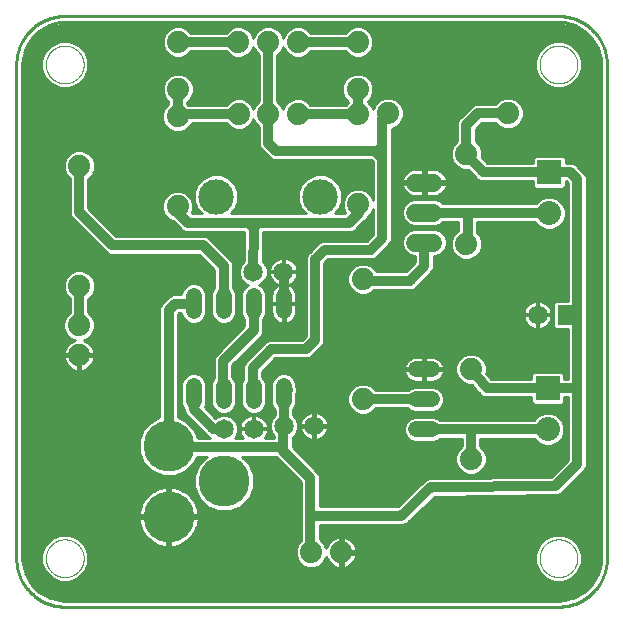
<source format=gtl>
G75*
%MOIN*%
%OFA0B0*%
%FSLAX25Y25*%
%IPPOS*%
%LPD*%
%AMOC8*
5,1,8,0,0,1.08239X$1,22.5*
%
%ADD10C,0.01000*%
%ADD11C,0.06500*%
%ADD12C,0.07400*%
%ADD13C,0.05200*%
%ADD14C,0.06000*%
%ADD15C,0.11811*%
%ADD16R,0.06500X0.06500*%
%ADD17C,0.00000*%
%ADD18R,0.08000X0.08000*%
%ADD19C,0.08000*%
%ADD20C,0.17000*%
%ADD21C,0.03200*%
D10*
X0020989Y0018574D02*
X0019143Y0021771D01*
X0018188Y0025337D01*
X0018067Y0027183D01*
X0018067Y0191750D01*
X0018188Y0193596D01*
X0019143Y0197162D01*
X0020989Y0200359D01*
X0023600Y0202970D01*
X0026797Y0204815D01*
X0030363Y0205771D01*
X0032209Y0205892D01*
X0196776Y0205892D01*
X0198621Y0205771D01*
X0202187Y0204815D01*
X0205385Y0202970D01*
X0207995Y0200359D01*
X0209841Y0197162D01*
X0210796Y0193596D01*
X0210917Y0191750D01*
X0210917Y0027183D01*
X0210796Y0025337D01*
X0209841Y0021771D01*
X0207995Y0018574D01*
X0205385Y0015964D01*
X0202187Y0014118D01*
X0198621Y0013162D01*
X0196776Y0013041D01*
X0032209Y0013041D01*
X0030363Y0013162D01*
X0026797Y0014118D01*
X0023600Y0015964D01*
X0020989Y0018574D01*
X0020726Y0019030D02*
X0208258Y0019030D01*
X0208834Y0020028D02*
X0199882Y0020028D01*
X0201193Y0020571D02*
X0198327Y0019384D01*
X0195224Y0019384D01*
X0192358Y0020571D01*
X0190164Y0022765D01*
X0188976Y0025632D01*
X0188976Y0028735D01*
X0190164Y0031601D01*
X0192358Y0033795D01*
X0195224Y0034982D01*
X0198327Y0034982D01*
X0201193Y0033795D01*
X0203387Y0031601D01*
X0204575Y0028735D01*
X0204575Y0025632D01*
X0203387Y0022765D01*
X0201193Y0020571D01*
X0201649Y0021027D02*
X0209411Y0021027D01*
X0209909Y0022025D02*
X0202647Y0022025D01*
X0203494Y0023024D02*
X0210176Y0023024D01*
X0210444Y0024022D02*
X0203908Y0024022D01*
X0204322Y0025021D02*
X0210711Y0025021D01*
X0210841Y0026019D02*
X0204575Y0026019D01*
X0204575Y0027018D02*
X0210906Y0027018D01*
X0210917Y0028016D02*
X0204575Y0028016D01*
X0204459Y0029015D02*
X0210917Y0029015D01*
X0210917Y0030013D02*
X0204045Y0030013D01*
X0203632Y0031012D02*
X0210917Y0031012D01*
X0210917Y0032010D02*
X0202978Y0032010D01*
X0201980Y0033009D02*
X0210917Y0033009D01*
X0210917Y0034007D02*
X0200681Y0034007D01*
X0212918Y0027183D02*
X0212913Y0026793D01*
X0212899Y0026403D01*
X0212876Y0026014D01*
X0212843Y0025625D01*
X0212800Y0025237D01*
X0212749Y0024851D01*
X0212688Y0024465D01*
X0212617Y0024082D01*
X0212538Y0023700D01*
X0212449Y0023320D01*
X0212351Y0022942D01*
X0212244Y0022567D01*
X0212128Y0022195D01*
X0212003Y0021825D01*
X0211869Y0021459D01*
X0211726Y0021096D01*
X0211575Y0020736D01*
X0211415Y0020381D01*
X0211246Y0020029D01*
X0211069Y0019681D01*
X0210884Y0019338D01*
X0210690Y0019000D01*
X0210488Y0018666D01*
X0210278Y0018337D01*
X0210061Y0018013D01*
X0209835Y0017695D01*
X0209602Y0017382D01*
X0209362Y0017075D01*
X0209114Y0016774D01*
X0208858Y0016479D01*
X0208596Y0016190D01*
X0208327Y0015908D01*
X0208051Y0015632D01*
X0207769Y0015363D01*
X0207480Y0015101D01*
X0207185Y0014845D01*
X0206884Y0014597D01*
X0206577Y0014357D01*
X0206264Y0014124D01*
X0205946Y0013898D01*
X0205622Y0013681D01*
X0205293Y0013471D01*
X0204959Y0013269D01*
X0204621Y0013075D01*
X0204278Y0012890D01*
X0203930Y0012713D01*
X0203578Y0012544D01*
X0203223Y0012384D01*
X0202863Y0012233D01*
X0202500Y0012090D01*
X0202134Y0011956D01*
X0201764Y0011831D01*
X0201392Y0011715D01*
X0201017Y0011608D01*
X0200639Y0011510D01*
X0200259Y0011421D01*
X0199877Y0011342D01*
X0199494Y0011271D01*
X0199108Y0011210D01*
X0198722Y0011159D01*
X0198334Y0011116D01*
X0197945Y0011083D01*
X0197556Y0011060D01*
X0197166Y0011046D01*
X0196776Y0011041D01*
X0032209Y0011041D01*
X0027099Y0014037D02*
X0201885Y0014037D01*
X0203777Y0015036D02*
X0025208Y0015036D01*
X0026797Y0014118D02*
X0026797Y0014118D01*
X0023529Y0016034D02*
X0205455Y0016034D01*
X0206453Y0017033D02*
X0022531Y0017033D01*
X0021532Y0018031D02*
X0207452Y0018031D01*
X0212917Y0027183D02*
X0212917Y0191750D01*
X0210916Y0191772D02*
X0204575Y0191772D01*
X0204575Y0190773D02*
X0210917Y0190773D01*
X0210917Y0189775D02*
X0204399Y0189775D01*
X0204575Y0190199D02*
X0203387Y0187332D01*
X0201193Y0185138D01*
X0198327Y0183951D01*
X0195224Y0183951D01*
X0192358Y0185138D01*
X0190164Y0187332D01*
X0188976Y0190199D01*
X0188976Y0193301D01*
X0190164Y0196168D01*
X0192358Y0198362D01*
X0195224Y0199549D01*
X0198327Y0199549D01*
X0201193Y0198362D01*
X0203387Y0196168D01*
X0204575Y0193301D01*
X0204575Y0190199D01*
X0203986Y0188776D02*
X0210917Y0188776D01*
X0210917Y0187778D02*
X0203572Y0187778D01*
X0202835Y0186779D02*
X0210917Y0186779D01*
X0210917Y0185781D02*
X0201836Y0185781D01*
X0200334Y0184782D02*
X0210917Y0184782D01*
X0210917Y0183784D02*
X0135046Y0183784D01*
X0135046Y0184517D02*
X0134255Y0186428D01*
X0132792Y0187891D01*
X0130881Y0188682D01*
X0128812Y0188682D01*
X0126901Y0187891D01*
X0125438Y0186428D01*
X0124646Y0184517D01*
X0124646Y0182448D01*
X0125438Y0180537D01*
X0126784Y0179191D01*
X0125947Y0178354D01*
X0114100Y0178354D01*
X0112792Y0179662D01*
X0110881Y0180454D01*
X0108812Y0180454D01*
X0106901Y0179662D01*
X0105438Y0178200D01*
X0104925Y0176961D01*
X0104412Y0178200D01*
X0103104Y0179508D01*
X0103104Y0194898D01*
X0104491Y0196285D01*
X0105083Y0197713D01*
X0105674Y0196285D01*
X0107137Y0194822D01*
X0109048Y0194030D01*
X0111117Y0194030D01*
X0113028Y0194822D01*
X0114337Y0196130D01*
X0125593Y0196130D01*
X0126901Y0194822D01*
X0128812Y0194030D01*
X0130881Y0194030D01*
X0132792Y0194822D01*
X0134255Y0196285D01*
X0135046Y0198196D01*
X0135046Y0200265D01*
X0134255Y0202176D01*
X0132792Y0203639D01*
X0130881Y0204430D01*
X0128812Y0204430D01*
X0126901Y0203639D01*
X0125593Y0202330D01*
X0114337Y0202330D01*
X0113028Y0203639D01*
X0111117Y0204430D01*
X0109048Y0204430D01*
X0107137Y0203639D01*
X0105674Y0202176D01*
X0105083Y0200748D01*
X0104491Y0202176D01*
X0103028Y0203639D01*
X0101117Y0204430D01*
X0099048Y0204430D01*
X0097137Y0203639D01*
X0095674Y0202176D01*
X0095083Y0200748D01*
X0094491Y0202176D01*
X0093028Y0203639D01*
X0091117Y0204430D01*
X0089048Y0204430D01*
X0087137Y0203639D01*
X0085829Y0202330D01*
X0074258Y0202330D01*
X0072949Y0203639D01*
X0071038Y0204430D01*
X0068970Y0204430D01*
X0067058Y0203639D01*
X0065596Y0202176D01*
X0064804Y0200265D01*
X0064804Y0198196D01*
X0065596Y0196285D01*
X0067058Y0194822D01*
X0068970Y0194030D01*
X0071038Y0194030D01*
X0072949Y0194822D01*
X0074258Y0196130D01*
X0085829Y0196130D01*
X0087137Y0194822D01*
X0089048Y0194030D01*
X0091117Y0194030D01*
X0093028Y0194822D01*
X0094491Y0196285D01*
X0095083Y0197713D01*
X0095674Y0196285D01*
X0096904Y0195055D01*
X0096904Y0179508D01*
X0095596Y0178200D01*
X0095083Y0176961D01*
X0094570Y0178200D01*
X0093107Y0179662D01*
X0091196Y0180454D01*
X0089127Y0180454D01*
X0087216Y0179662D01*
X0085907Y0178354D01*
X0073274Y0178354D01*
X0072907Y0178721D01*
X0072907Y0179056D01*
X0072949Y0179074D01*
X0074412Y0180537D01*
X0075204Y0182448D01*
X0075204Y0184517D01*
X0074412Y0186428D01*
X0072949Y0187891D01*
X0071038Y0188682D01*
X0068970Y0188682D01*
X0067058Y0187891D01*
X0065596Y0186428D01*
X0064804Y0184517D01*
X0064804Y0182448D01*
X0065596Y0180537D01*
X0066707Y0179425D01*
X0066707Y0178721D01*
X0065399Y0177412D01*
X0064607Y0175501D01*
X0064607Y0173432D01*
X0065399Y0171521D01*
X0066862Y0170058D01*
X0068773Y0169267D01*
X0070841Y0169267D01*
X0072753Y0170058D01*
X0074215Y0171521D01*
X0074478Y0172154D01*
X0085907Y0172154D01*
X0087216Y0170846D01*
X0089127Y0170054D01*
X0091196Y0170054D01*
X0093107Y0170846D01*
X0094570Y0172308D01*
X0095083Y0173547D01*
X0095596Y0172308D01*
X0096904Y0171000D01*
X0096904Y0165070D01*
X0097376Y0163931D01*
X0100053Y0161254D01*
X0100925Y0160382D01*
X0102064Y0159910D01*
X0134468Y0159910D01*
X0135014Y0159364D01*
X0135014Y0146684D01*
X0134452Y0148042D01*
X0132989Y0149505D01*
X0131078Y0150297D01*
X0129009Y0150297D01*
X0127098Y0149505D01*
X0125635Y0148042D01*
X0124843Y0146131D01*
X0124843Y0144062D01*
X0125635Y0142151D01*
X0125692Y0142094D01*
X0122199Y0142094D01*
X0123605Y0143500D01*
X0124732Y0146222D01*
X0124732Y0149168D01*
X0123605Y0151890D01*
X0121522Y0153973D01*
X0118800Y0155101D01*
X0115854Y0155101D01*
X0113132Y0153973D01*
X0111049Y0151890D01*
X0109921Y0149168D01*
X0109921Y0146222D01*
X0111049Y0143500D01*
X0112455Y0142094D01*
X0093342Y0142094D01*
X0092837Y0142130D01*
X0092729Y0142094D01*
X0087553Y0142094D01*
X0088959Y0143500D01*
X0090087Y0146222D01*
X0090087Y0149168D01*
X0088959Y0151890D01*
X0086876Y0153973D01*
X0084154Y0155101D01*
X0081208Y0155101D01*
X0078486Y0153973D01*
X0076403Y0151890D01*
X0075276Y0149168D01*
X0075276Y0146222D01*
X0076403Y0143500D01*
X0077809Y0142094D01*
X0074453Y0142094D01*
X0075007Y0143432D01*
X0075007Y0145501D01*
X0074215Y0147412D01*
X0072753Y0148875D01*
X0070841Y0149667D01*
X0068773Y0149667D01*
X0066862Y0148875D01*
X0065399Y0147412D01*
X0064607Y0145501D01*
X0064607Y0143432D01*
X0065399Y0141521D01*
X0066862Y0140058D01*
X0068302Y0139462D01*
X0070525Y0137238D01*
X0071398Y0136366D01*
X0072537Y0135894D01*
X0092091Y0135894D01*
X0092013Y0126303D01*
X0091056Y0125346D01*
X0090333Y0123600D01*
X0090333Y0121711D01*
X0091056Y0119965D01*
X0092392Y0118629D01*
X0093224Y0118284D01*
X0092878Y0118141D01*
X0091725Y0116988D01*
X0091101Y0115481D01*
X0091101Y0108650D01*
X0091725Y0107143D01*
X0092101Y0106767D01*
X0092101Y0104452D01*
X0083209Y0095559D01*
X0082337Y0094687D01*
X0081865Y0093548D01*
X0081865Y0087127D01*
X0081725Y0086988D01*
X0081101Y0085481D01*
X0081101Y0078650D01*
X0081725Y0077143D01*
X0082878Y0075989D01*
X0084385Y0075365D01*
X0086016Y0075365D01*
X0087523Y0075989D01*
X0088677Y0077143D01*
X0089301Y0078650D01*
X0089301Y0085481D01*
X0088677Y0086988D01*
X0088065Y0087600D01*
X0088065Y0091647D01*
X0097829Y0101411D01*
X0098301Y0102551D01*
X0098301Y0106767D01*
X0098677Y0107143D01*
X0099301Y0108650D01*
X0099301Y0115481D01*
X0098677Y0116988D01*
X0097523Y0118141D01*
X0097059Y0118333D01*
X0097773Y0118629D01*
X0099110Y0119965D01*
X0099833Y0121711D01*
X0099833Y0123600D01*
X0099110Y0125346D01*
X0098212Y0126244D01*
X0098292Y0135894D01*
X0127707Y0135894D01*
X0128847Y0136366D01*
X0129719Y0137238D01*
X0129719Y0137238D01*
X0131996Y0139516D01*
X0131996Y0139516D01*
X0132868Y0140388D01*
X0132995Y0140695D01*
X0134452Y0142151D01*
X0135014Y0143509D01*
X0135014Y0135160D01*
X0132893Y0133039D01*
X0118206Y0133039D01*
X0117067Y0132567D01*
X0113917Y0129418D01*
X0113045Y0128545D01*
X0112573Y0127406D01*
X0112573Y0101302D01*
X0111240Y0099968D01*
X0100490Y0099968D01*
X0099350Y0099496D01*
X0093051Y0093197D01*
X0092179Y0092325D01*
X0091707Y0091186D01*
X0091707Y0086944D01*
X0091101Y0085481D01*
X0091101Y0078650D01*
X0091725Y0077143D01*
X0092878Y0075989D01*
X0094385Y0075365D01*
X0096016Y0075365D01*
X0097523Y0075989D01*
X0098677Y0077143D01*
X0099301Y0078650D01*
X0099301Y0085481D01*
X0098677Y0086988D01*
X0097907Y0087757D01*
X0097907Y0089285D01*
X0102390Y0093768D01*
X0113140Y0093768D01*
X0114280Y0094240D01*
X0115152Y0095112D01*
X0118301Y0098262D01*
X0118773Y0099401D01*
X0118773Y0125505D01*
X0120107Y0126839D01*
X0134794Y0126839D01*
X0135933Y0127311D01*
X0136805Y0128183D01*
X0140742Y0132120D01*
X0141214Y0133259D01*
X0141214Y0170379D01*
X0142910Y0171082D01*
X0144373Y0172545D01*
X0145165Y0174456D01*
X0145165Y0176525D01*
X0144373Y0178436D01*
X0142910Y0179899D01*
X0140999Y0180690D01*
X0138930Y0180690D01*
X0137019Y0179899D01*
X0135556Y0178436D01*
X0134922Y0176906D01*
X0134452Y0178042D01*
X0133143Y0179350D01*
X0133143Y0179425D01*
X0134255Y0180537D01*
X0135046Y0182448D01*
X0135046Y0184517D01*
X0134936Y0184782D02*
X0193217Y0184782D01*
X0191715Y0185781D02*
X0134523Y0185781D01*
X0133903Y0186779D02*
X0190716Y0186779D01*
X0189979Y0187778D02*
X0132905Y0187778D01*
X0126788Y0187778D02*
X0103104Y0187778D01*
X0103104Y0188776D02*
X0189566Y0188776D01*
X0189152Y0189775D02*
X0103104Y0189775D01*
X0103104Y0190773D02*
X0188976Y0190773D01*
X0188976Y0191772D02*
X0103104Y0191772D01*
X0103104Y0192771D02*
X0188976Y0192771D01*
X0189170Y0193769D02*
X0103104Y0193769D01*
X0103104Y0194768D02*
X0107269Y0194768D01*
X0106193Y0195766D02*
X0103972Y0195766D01*
X0104690Y0196765D02*
X0105476Y0196765D01*
X0105087Y0200759D02*
X0105078Y0200759D01*
X0104665Y0201757D02*
X0105501Y0201757D01*
X0106254Y0202756D02*
X0103911Y0202756D01*
X0102750Y0203754D02*
X0107416Y0203754D01*
X0112750Y0203754D02*
X0127179Y0203754D01*
X0126018Y0202756D02*
X0113911Y0202756D01*
X0113972Y0195766D02*
X0125957Y0195766D01*
X0127033Y0194768D02*
X0112897Y0194768D01*
X0103104Y0186779D02*
X0125790Y0186779D01*
X0125170Y0185781D02*
X0103104Y0185781D01*
X0103104Y0184782D02*
X0124757Y0184782D01*
X0124646Y0183784D02*
X0103104Y0183784D01*
X0103104Y0182785D02*
X0124646Y0182785D01*
X0124920Y0181787D02*
X0103104Y0181787D01*
X0103104Y0180788D02*
X0125334Y0180788D01*
X0126185Y0179790D02*
X0112484Y0179790D01*
X0113663Y0178791D02*
X0126384Y0178791D01*
X0133508Y0179790D02*
X0136910Y0179790D01*
X0135912Y0178791D02*
X0133702Y0178791D01*
X0134555Y0177793D02*
X0135290Y0177793D01*
X0134359Y0180788D02*
X0210917Y0180788D01*
X0210917Y0179790D02*
X0183019Y0179790D01*
X0182910Y0179899D02*
X0180999Y0180690D01*
X0178930Y0180690D01*
X0177019Y0179899D01*
X0175711Y0178590D01*
X0169269Y0178590D01*
X0168130Y0178118D01*
X0164311Y0174299D01*
X0163439Y0173427D01*
X0162967Y0172288D01*
X0162967Y0166122D01*
X0161659Y0164814D01*
X0160867Y0162903D01*
X0160867Y0160834D01*
X0161659Y0158923D01*
X0163121Y0157460D01*
X0165033Y0156668D01*
X0166681Y0156668D01*
X0168969Y0154218D01*
X0168990Y0154167D01*
X0169389Y0153769D01*
X0169773Y0153357D01*
X0169823Y0153334D01*
X0169862Y0153295D01*
X0170383Y0153080D01*
X0170896Y0152846D01*
X0170951Y0152844D01*
X0171001Y0152823D01*
X0171565Y0152823D01*
X0172128Y0152804D01*
X0172180Y0152823D01*
X0188126Y0152823D01*
X0188126Y0151302D01*
X0189005Y0150423D01*
X0198247Y0150423D01*
X0199126Y0151302D01*
X0199126Y0152823D01*
X0199429Y0152823D01*
X0199975Y0152277D01*
X0199975Y0113036D01*
X0195936Y0113036D01*
X0195057Y0112157D01*
X0195057Y0104414D01*
X0195936Y0103536D01*
X0199975Y0103536D01*
X0199975Y0086976D01*
X0198732Y0086976D01*
X0198732Y0088497D01*
X0197854Y0089376D01*
X0188611Y0089376D01*
X0187732Y0088497D01*
X0187732Y0086976D01*
X0174273Y0086976D01*
X0172720Y0088886D01*
X0172842Y0089180D01*
X0172842Y0091249D01*
X0172050Y0093160D01*
X0170587Y0094623D01*
X0168676Y0095415D01*
X0166607Y0095415D01*
X0164696Y0094623D01*
X0163233Y0093160D01*
X0162442Y0091249D01*
X0162442Y0089180D01*
X0163233Y0087269D01*
X0164696Y0085806D01*
X0166607Y0085015D01*
X0167876Y0085015D01*
X0170109Y0082271D01*
X0170171Y0082120D01*
X0170495Y0081796D01*
X0170784Y0081441D01*
X0170928Y0081364D01*
X0171043Y0081248D01*
X0171466Y0081073D01*
X0171869Y0080855D01*
X0172032Y0080839D01*
X0172183Y0080776D01*
X0172640Y0080776D01*
X0173096Y0080729D01*
X0173252Y0080776D01*
X0187732Y0080776D01*
X0187732Y0079255D01*
X0188611Y0078376D01*
X0197854Y0078376D01*
X0198732Y0079255D01*
X0198732Y0080776D01*
X0199975Y0080776D01*
X0199975Y0059963D01*
X0194298Y0054287D01*
X0154273Y0053906D01*
X0153703Y0053917D01*
X0153658Y0053900D01*
X0153610Y0053899D01*
X0153085Y0053676D01*
X0152554Y0053469D01*
X0152519Y0053435D01*
X0152475Y0053416D01*
X0152076Y0053009D01*
X0143166Y0044456D01*
X0117198Y0044456D01*
X0117198Y0054571D01*
X0116726Y0055711D01*
X0108143Y0064294D01*
X0108143Y0067424D01*
X0109306Y0068587D01*
X0110030Y0070333D01*
X0110030Y0072223D01*
X0109306Y0073968D01*
X0108380Y0074895D01*
X0108380Y0076846D01*
X0108677Y0077143D01*
X0109301Y0078650D01*
X0109301Y0082081D01*
X0109561Y0082708D01*
X0109561Y0083942D01*
X0109301Y0084569D01*
X0109301Y0085481D01*
X0108677Y0086988D01*
X0107523Y0088141D01*
X0106016Y0088765D01*
X0104385Y0088765D01*
X0102878Y0088141D01*
X0101725Y0086988D01*
X0101101Y0085481D01*
X0101101Y0078650D01*
X0101725Y0077143D01*
X0102180Y0076688D01*
X0102180Y0074895D01*
X0101253Y0073968D01*
X0100530Y0072223D01*
X0100530Y0070333D01*
X0101253Y0068587D01*
X0101943Y0067896D01*
X0101943Y0067291D01*
X0098851Y0067291D01*
X0099224Y0067804D01*
X0099563Y0068470D01*
X0099794Y0069181D01*
X0099911Y0069920D01*
X0099911Y0070104D01*
X0095350Y0070104D01*
X0095350Y0070482D01*
X0094972Y0070482D01*
X0094972Y0070104D01*
X0090411Y0070104D01*
X0090411Y0069920D01*
X0090528Y0069181D01*
X0090759Y0068470D01*
X0091099Y0067804D01*
X0091471Y0067291D01*
X0088877Y0067291D01*
X0089188Y0067603D01*
X0089911Y0069349D01*
X0089911Y0071238D01*
X0089188Y0072984D01*
X0087852Y0074320D01*
X0086106Y0075043D01*
X0084217Y0075043D01*
X0082471Y0074320D01*
X0082223Y0074073D01*
X0078816Y0077479D01*
X0079301Y0078650D01*
X0079301Y0085481D01*
X0078677Y0086988D01*
X0077523Y0088141D01*
X0076016Y0088765D01*
X0074385Y0088765D01*
X0072878Y0088141D01*
X0071725Y0086988D01*
X0071101Y0085481D01*
X0071101Y0078650D01*
X0071725Y0077143D01*
X0072022Y0076846D01*
X0072022Y0076173D01*
X0072494Y0075033D01*
X0073366Y0074161D01*
X0079862Y0067665D01*
X0080766Y0067291D01*
X0076557Y0067291D01*
X0075332Y0070249D01*
X0072519Y0073062D01*
X0069954Y0074125D01*
X0069954Y0108576D01*
X0070343Y0108965D01*
X0071101Y0108965D01*
X0071101Y0108650D01*
X0071725Y0107143D01*
X0072878Y0105989D01*
X0074385Y0105365D01*
X0076016Y0105365D01*
X0077523Y0105989D01*
X0078677Y0107143D01*
X0079301Y0108650D01*
X0079301Y0115481D01*
X0078677Y0116988D01*
X0077523Y0118141D01*
X0076016Y0118765D01*
X0074385Y0118765D01*
X0072878Y0118141D01*
X0071725Y0116988D01*
X0071101Y0115481D01*
X0071101Y0115165D01*
X0068442Y0115165D01*
X0067303Y0114693D01*
X0065098Y0112488D01*
X0064226Y0111616D01*
X0063754Y0110477D01*
X0063754Y0074125D01*
X0061190Y0073062D01*
X0058377Y0070249D01*
X0056854Y0066574D01*
X0056854Y0062596D01*
X0058377Y0058920D01*
X0061190Y0056107D01*
X0064865Y0054585D01*
X0068843Y0054585D01*
X0072519Y0056107D01*
X0075332Y0058920D01*
X0076231Y0061091D01*
X0079533Y0061091D01*
X0076881Y0058438D01*
X0075358Y0054763D01*
X0075358Y0050785D01*
X0076881Y0047109D01*
X0079694Y0044296D01*
X0083369Y0042774D01*
X0087347Y0042774D01*
X0091023Y0044296D01*
X0093836Y0047109D01*
X0095358Y0050785D01*
X0095358Y0054763D01*
X0093836Y0058438D01*
X0091183Y0061091D01*
X0102578Y0061091D01*
X0110998Y0052671D01*
X0110998Y0033169D01*
X0109926Y0032097D01*
X0109135Y0030186D01*
X0109135Y0028117D01*
X0109926Y0026206D01*
X0111389Y0024743D01*
X0113300Y0023952D01*
X0115369Y0023952D01*
X0117280Y0024743D01*
X0118743Y0026206D01*
X0119349Y0027669D01*
X0119516Y0027156D01*
X0119887Y0026426D01*
X0120368Y0025764D01*
X0120947Y0025185D01*
X0121609Y0024704D01*
X0122339Y0024333D01*
X0123117Y0024080D01*
X0123835Y0023966D01*
X0123835Y0028652D01*
X0124835Y0028652D01*
X0124835Y0029652D01*
X0129520Y0029652D01*
X0129407Y0030369D01*
X0129154Y0031148D01*
X0128782Y0031877D01*
X0128301Y0032539D01*
X0127722Y0033118D01*
X0127060Y0033599D01*
X0126331Y0033971D01*
X0125552Y0034224D01*
X0124835Y0034337D01*
X0124835Y0029652D01*
X0123835Y0029652D01*
X0123835Y0034337D01*
X0123117Y0034224D01*
X0122339Y0033971D01*
X0121609Y0033599D01*
X0120947Y0033118D01*
X0120368Y0032539D01*
X0119887Y0031877D01*
X0119516Y0031148D01*
X0119349Y0030635D01*
X0118743Y0032097D01*
X0117280Y0033560D01*
X0117198Y0033594D01*
X0117198Y0038256D01*
X0144382Y0038256D01*
X0144967Y0038244D01*
X0144997Y0038256D01*
X0145030Y0038256D01*
X0145570Y0038480D01*
X0146115Y0038693D01*
X0146139Y0038716D01*
X0146169Y0038728D01*
X0146583Y0039142D01*
X0155515Y0047717D01*
X0195609Y0048099D01*
X0196211Y0048099D01*
X0196225Y0048105D01*
X0196241Y0048105D01*
X0196794Y0048341D01*
X0197350Y0048571D01*
X0197361Y0048582D01*
X0197375Y0048588D01*
X0197797Y0049017D01*
X0204831Y0056051D01*
X0205703Y0056923D01*
X0206175Y0058063D01*
X0206175Y0154178D01*
X0205703Y0155317D01*
X0203341Y0157679D01*
X0202469Y0158551D01*
X0201329Y0159023D01*
X0199126Y0159023D01*
X0199126Y0160545D01*
X0198247Y0161423D01*
X0189005Y0161423D01*
X0188126Y0160545D01*
X0188126Y0159023D01*
X0172965Y0159023D01*
X0171267Y0160842D01*
X0171267Y0162903D01*
X0170475Y0164814D01*
X0169167Y0166122D01*
X0169167Y0170387D01*
X0171170Y0172390D01*
X0175711Y0172390D01*
X0177019Y0171082D01*
X0178930Y0170290D01*
X0180999Y0170290D01*
X0182910Y0171082D01*
X0184373Y0172545D01*
X0185165Y0174456D01*
X0185165Y0176525D01*
X0184373Y0178436D01*
X0182910Y0179899D01*
X0184017Y0178791D02*
X0210917Y0178791D01*
X0210917Y0177793D02*
X0184639Y0177793D01*
X0185053Y0176794D02*
X0210917Y0176794D01*
X0210917Y0175796D02*
X0185165Y0175796D01*
X0185165Y0174797D02*
X0210917Y0174797D01*
X0210917Y0173799D02*
X0184892Y0173799D01*
X0184479Y0172800D02*
X0210917Y0172800D01*
X0210917Y0171802D02*
X0183630Y0171802D01*
X0182237Y0170803D02*
X0210917Y0170803D01*
X0210917Y0169805D02*
X0169167Y0169805D01*
X0169167Y0168806D02*
X0210917Y0168806D01*
X0210917Y0167808D02*
X0169167Y0167808D01*
X0169167Y0166809D02*
X0210917Y0166809D01*
X0210917Y0165811D02*
X0169478Y0165811D01*
X0170476Y0164812D02*
X0210917Y0164812D01*
X0210917Y0163814D02*
X0170890Y0163814D01*
X0171267Y0162815D02*
X0210917Y0162815D01*
X0210917Y0161817D02*
X0171267Y0161817D01*
X0171289Y0160818D02*
X0188399Y0160818D01*
X0188126Y0159820D02*
X0172221Y0159820D01*
X0167468Y0155826D02*
X0158048Y0155826D01*
X0158022Y0155852D02*
X0157449Y0156268D01*
X0156818Y0156590D01*
X0156144Y0156809D01*
X0155445Y0156919D01*
X0152591Y0156919D01*
X0152591Y0152919D01*
X0159567Y0152919D01*
X0159480Y0153473D01*
X0159261Y0154147D01*
X0158939Y0154778D01*
X0158523Y0155351D01*
X0158022Y0155852D01*
X0158904Y0154827D02*
X0168400Y0154827D01*
X0169329Y0153829D02*
X0159364Y0153829D01*
X0159567Y0151919D02*
X0152591Y0151919D01*
X0152591Y0152919D01*
X0151591Y0152919D01*
X0151591Y0156919D01*
X0148736Y0156919D01*
X0148037Y0156809D01*
X0147363Y0156590D01*
X0146732Y0156268D01*
X0146159Y0155852D01*
X0145658Y0155351D01*
X0145242Y0154778D01*
X0144920Y0154147D01*
X0144701Y0153473D01*
X0144614Y0152919D01*
X0151590Y0152919D01*
X0151590Y0151919D01*
X0144614Y0151919D01*
X0144701Y0151366D01*
X0144920Y0150692D01*
X0145242Y0150061D01*
X0145658Y0149488D01*
X0146159Y0148987D01*
X0146732Y0148571D01*
X0147363Y0148249D01*
X0148037Y0148030D01*
X0148736Y0147919D01*
X0151591Y0147919D01*
X0151591Y0151919D01*
X0152591Y0151919D01*
X0152591Y0147919D01*
X0155445Y0147919D01*
X0156144Y0148030D01*
X0156818Y0148249D01*
X0157449Y0148571D01*
X0158022Y0148987D01*
X0158523Y0149488D01*
X0158939Y0150061D01*
X0159261Y0150692D01*
X0159480Y0151366D01*
X0159567Y0151919D01*
X0159554Y0151832D02*
X0188126Y0151832D01*
X0188595Y0150833D02*
X0159307Y0150833D01*
X0158775Y0149835D02*
X0199975Y0149835D01*
X0199975Y0150833D02*
X0198657Y0150833D01*
X0199126Y0151832D02*
X0199975Y0151832D01*
X0199975Y0148836D02*
X0157814Y0148836D01*
X0156180Y0146839D02*
X0190589Y0146839D01*
X0190510Y0146806D02*
X0189223Y0145519D01*
X0158355Y0145519D01*
X0157640Y0146234D01*
X0155986Y0146919D01*
X0148195Y0146919D01*
X0146541Y0146234D01*
X0145276Y0144968D01*
X0144591Y0143315D01*
X0144591Y0141524D01*
X0145276Y0139870D01*
X0146541Y0138604D01*
X0148195Y0137919D01*
X0155986Y0137919D01*
X0157640Y0138604D01*
X0158355Y0139319D01*
X0163361Y0139319D01*
X0163361Y0136376D01*
X0163121Y0136277D01*
X0161659Y0134814D01*
X0160867Y0132903D01*
X0160867Y0130834D01*
X0161659Y0128923D01*
X0163121Y0127460D01*
X0165033Y0126668D01*
X0167101Y0126668D01*
X0169012Y0127460D01*
X0170475Y0128923D01*
X0171267Y0130834D01*
X0171267Y0132903D01*
X0170475Y0134814D01*
X0169561Y0135728D01*
X0169561Y0139319D01*
X0188843Y0139319D01*
X0188963Y0139028D01*
X0190510Y0137481D01*
X0192532Y0136644D01*
X0194720Y0136644D01*
X0196741Y0137481D01*
X0198289Y0139028D01*
X0199126Y0141050D01*
X0199126Y0143238D01*
X0198289Y0145259D01*
X0196741Y0146806D01*
X0194720Y0147644D01*
X0192532Y0147644D01*
X0190510Y0146806D01*
X0189545Y0145840D02*
X0158033Y0145840D01*
X0152591Y0148836D02*
X0151591Y0148836D01*
X0151591Y0149835D02*
X0152591Y0149835D01*
X0152591Y0150833D02*
X0151591Y0150833D01*
X0151591Y0151832D02*
X0152591Y0151832D01*
X0152591Y0152830D02*
X0170985Y0152830D01*
X0164656Y0156824D02*
X0156046Y0156824D01*
X0152591Y0156824D02*
X0151591Y0156824D01*
X0151591Y0155826D02*
X0152591Y0155826D01*
X0152591Y0154827D02*
X0151591Y0154827D01*
X0151591Y0153829D02*
X0152591Y0153829D01*
X0151590Y0152830D02*
X0141214Y0152830D01*
X0141214Y0151832D02*
X0144628Y0151832D01*
X0144874Y0150833D02*
X0141214Y0150833D01*
X0141214Y0149835D02*
X0145406Y0149835D01*
X0146367Y0148836D02*
X0141214Y0148836D01*
X0141214Y0147838D02*
X0199975Y0147838D01*
X0199975Y0146839D02*
X0196663Y0146839D01*
X0197707Y0145840D02*
X0199975Y0145840D01*
X0199975Y0144842D02*
X0198462Y0144842D01*
X0198875Y0143843D02*
X0199975Y0143843D01*
X0199975Y0142845D02*
X0199126Y0142845D01*
X0199126Y0141846D02*
X0199975Y0141846D01*
X0199975Y0140848D02*
X0199042Y0140848D01*
X0198629Y0139849D02*
X0199975Y0139849D01*
X0199975Y0138851D02*
X0198111Y0138851D01*
X0197113Y0137852D02*
X0199975Y0137852D01*
X0199975Y0136854D02*
X0195227Y0136854D01*
X0192025Y0136854D02*
X0169561Y0136854D01*
X0169561Y0137852D02*
X0190139Y0137852D01*
X0189141Y0138851D02*
X0169561Y0138851D01*
X0169561Y0135855D02*
X0199975Y0135855D01*
X0199975Y0134857D02*
X0170432Y0134857D01*
X0170871Y0133858D02*
X0199975Y0133858D01*
X0199975Y0132860D02*
X0171267Y0132860D01*
X0171267Y0131861D02*
X0199975Y0131861D01*
X0199975Y0130863D02*
X0171267Y0130863D01*
X0170865Y0129864D02*
X0199975Y0129864D01*
X0199975Y0128866D02*
X0170418Y0128866D01*
X0169420Y0127867D02*
X0199975Y0127867D01*
X0199975Y0126869D02*
X0167585Y0126869D01*
X0164548Y0126869D02*
X0155191Y0126869D01*
X0155191Y0127867D02*
X0162714Y0127867D01*
X0161715Y0128866D02*
X0157901Y0128866D01*
X0157640Y0128604D02*
X0158905Y0129870D01*
X0159591Y0131524D01*
X0159591Y0133315D01*
X0158905Y0134968D01*
X0157640Y0136234D01*
X0155986Y0136919D01*
X0148195Y0136919D01*
X0146541Y0136234D01*
X0145276Y0134968D01*
X0144591Y0133315D01*
X0144591Y0131524D01*
X0145276Y0129870D01*
X0146541Y0128604D01*
X0148195Y0127919D01*
X0148991Y0127919D01*
X0148991Y0125908D01*
X0145885Y0122803D01*
X0136096Y0122803D01*
X0135948Y0123160D01*
X0134485Y0124623D01*
X0132574Y0125415D01*
X0130505Y0125415D01*
X0128594Y0124623D01*
X0127131Y0123160D01*
X0126339Y0121249D01*
X0126339Y0119180D01*
X0127131Y0117269D01*
X0128594Y0115806D01*
X0130505Y0115015D01*
X0132574Y0115015D01*
X0134485Y0115806D01*
X0135281Y0116603D01*
X0147786Y0116603D01*
X0148925Y0117075D01*
X0149797Y0117947D01*
X0154719Y0122868D01*
X0155191Y0124008D01*
X0155191Y0127919D01*
X0155986Y0127919D01*
X0157640Y0128604D01*
X0158899Y0129864D02*
X0161269Y0129864D01*
X0160867Y0130863D02*
X0159317Y0130863D01*
X0159591Y0131861D02*
X0160867Y0131861D01*
X0160867Y0132860D02*
X0159591Y0132860D01*
X0159365Y0133858D02*
X0161263Y0133858D01*
X0161702Y0134857D02*
X0158952Y0134857D01*
X0158019Y0135855D02*
X0162700Y0135855D01*
X0163361Y0136854D02*
X0156144Y0136854D01*
X0157886Y0138851D02*
X0163361Y0138851D01*
X0163361Y0137852D02*
X0141214Y0137852D01*
X0141214Y0136854D02*
X0148037Y0136854D01*
X0146163Y0135855D02*
X0141214Y0135855D01*
X0141214Y0134857D02*
X0145229Y0134857D01*
X0144816Y0133858D02*
X0141214Y0133858D01*
X0141049Y0132860D02*
X0144591Y0132860D01*
X0144591Y0131861D02*
X0140483Y0131861D01*
X0139485Y0130863D02*
X0144865Y0130863D01*
X0145282Y0129864D02*
X0138486Y0129864D01*
X0137488Y0128866D02*
X0146280Y0128866D01*
X0148991Y0127867D02*
X0136489Y0127867D01*
X0134865Y0126869D02*
X0148991Y0126869D01*
X0148953Y0125870D02*
X0119138Y0125870D01*
X0118773Y0124872D02*
X0129194Y0124872D01*
X0127844Y0123873D02*
X0118773Y0123873D01*
X0118773Y0122875D02*
X0127013Y0122875D01*
X0126599Y0121876D02*
X0118773Y0121876D01*
X0118773Y0120878D02*
X0126339Y0120878D01*
X0126339Y0119879D02*
X0118773Y0119879D01*
X0118773Y0118881D02*
X0126463Y0118881D01*
X0126877Y0117882D02*
X0118773Y0117882D01*
X0118773Y0116884D02*
X0127516Y0116884D01*
X0128515Y0115885D02*
X0118773Y0115885D01*
X0118773Y0114887D02*
X0199975Y0114887D01*
X0199975Y0115885D02*
X0134564Y0115885D01*
X0136066Y0122875D02*
X0145957Y0122875D01*
X0146956Y0123873D02*
X0135235Y0123873D01*
X0133884Y0124872D02*
X0147954Y0124872D01*
X0152728Y0120878D02*
X0199975Y0120878D01*
X0199975Y0121876D02*
X0153727Y0121876D01*
X0154721Y0122875D02*
X0199975Y0122875D01*
X0199975Y0123873D02*
X0155135Y0123873D01*
X0155191Y0124872D02*
X0199975Y0124872D01*
X0199975Y0125870D02*
X0155191Y0125870D01*
X0151730Y0119879D02*
X0199975Y0119879D01*
X0199975Y0118881D02*
X0150731Y0118881D01*
X0149797Y0117947D02*
X0149797Y0117947D01*
X0149733Y0117882D02*
X0199975Y0117882D01*
X0199975Y0116884D02*
X0148464Y0116884D01*
X0133712Y0133858D02*
X0098275Y0133858D01*
X0098267Y0132860D02*
X0117773Y0132860D01*
X0116361Y0131861D02*
X0098258Y0131861D01*
X0098250Y0130863D02*
X0115362Y0130863D01*
X0114364Y0129864D02*
X0098242Y0129864D01*
X0098234Y0128866D02*
X0113365Y0128866D01*
X0112764Y0127867D02*
X0098226Y0127867D01*
X0098217Y0126869D02*
X0102889Y0126869D01*
X0102593Y0126718D02*
X0101988Y0126279D01*
X0101460Y0125750D01*
X0101020Y0125145D01*
X0100681Y0124479D01*
X0100450Y0123768D01*
X0100333Y0123029D01*
X0100333Y0122845D01*
X0104894Y0122845D01*
X0104894Y0127406D01*
X0104709Y0127406D01*
X0103970Y0127289D01*
X0103259Y0127058D01*
X0102593Y0126718D01*
X0101580Y0125870D02*
X0098586Y0125870D01*
X0099306Y0124872D02*
X0100881Y0124872D01*
X0100484Y0123873D02*
X0099720Y0123873D01*
X0099833Y0122875D02*
X0100333Y0122875D01*
X0100333Y0122467D02*
X0100333Y0122282D01*
X0100450Y0121543D01*
X0100681Y0120832D01*
X0101020Y0120166D01*
X0101460Y0119561D01*
X0101988Y0119033D01*
X0102593Y0118593D01*
X0103236Y0118266D01*
X0103052Y0118172D01*
X0102530Y0117792D01*
X0102073Y0117336D01*
X0101694Y0116814D01*
X0101401Y0116239D01*
X0101202Y0115625D01*
X0101101Y0114988D01*
X0101101Y0112365D01*
X0104901Y0112365D01*
X0104901Y0118765D01*
X0104894Y0118765D01*
X0104894Y0122467D01*
X0100333Y0122467D01*
X0100397Y0121876D02*
X0099833Y0121876D01*
X0099488Y0120878D02*
X0100666Y0120878D01*
X0101229Y0119879D02*
X0099024Y0119879D01*
X0098025Y0118881D02*
X0102197Y0118881D01*
X0102653Y0117882D02*
X0097782Y0117882D01*
X0098720Y0116884D02*
X0101745Y0116884D01*
X0101286Y0115885D02*
X0099133Y0115885D01*
X0099301Y0114887D02*
X0101101Y0114887D01*
X0101101Y0113888D02*
X0099301Y0113888D01*
X0099301Y0112890D02*
X0101101Y0112890D01*
X0101101Y0111765D02*
X0101101Y0109142D01*
X0101202Y0108505D01*
X0101401Y0107891D01*
X0101694Y0107316D01*
X0102073Y0106794D01*
X0102530Y0106338D01*
X0103052Y0105958D01*
X0103627Y0105665D01*
X0104241Y0105466D01*
X0104878Y0105365D01*
X0104901Y0105365D01*
X0104901Y0111765D01*
X0105501Y0111765D01*
X0105501Y0112365D01*
X0109301Y0112365D01*
X0109301Y0114988D01*
X0109200Y0115625D01*
X0109000Y0116239D01*
X0108707Y0116814D01*
X0108328Y0117336D01*
X0107872Y0117792D01*
X0107350Y0118172D01*
X0107047Y0118326D01*
X0107572Y0118593D01*
X0108177Y0119033D01*
X0108706Y0119561D01*
X0109145Y0120166D01*
X0109485Y0120832D01*
X0109716Y0121543D01*
X0109833Y0122282D01*
X0109833Y0122467D01*
X0105272Y0122467D01*
X0105272Y0122845D01*
X0104894Y0122845D01*
X0104894Y0122467D01*
X0105272Y0122467D01*
X0105272Y0117906D01*
X0105457Y0117906D01*
X0105501Y0117913D01*
X0105501Y0112365D01*
X0104901Y0112365D01*
X0104901Y0111765D01*
X0101101Y0111765D01*
X0101101Y0110893D02*
X0099301Y0110893D01*
X0099301Y0111891D02*
X0104901Y0111891D01*
X0105501Y0111891D02*
X0112573Y0111891D01*
X0112573Y0110893D02*
X0109301Y0110893D01*
X0109301Y0111765D02*
X0105501Y0111765D01*
X0105501Y0105365D01*
X0105523Y0105365D01*
X0106161Y0105466D01*
X0106775Y0105665D01*
X0107350Y0105958D01*
X0107872Y0106338D01*
X0108328Y0106794D01*
X0108707Y0107316D01*
X0109000Y0107891D01*
X0109200Y0108505D01*
X0109301Y0109142D01*
X0109301Y0111765D01*
X0109301Y0112890D02*
X0112573Y0112890D01*
X0112573Y0113888D02*
X0109301Y0113888D01*
X0109301Y0114887D02*
X0112573Y0114887D01*
X0112573Y0115885D02*
X0109115Y0115885D01*
X0108657Y0116884D02*
X0112573Y0116884D01*
X0112573Y0117882D02*
X0107748Y0117882D01*
X0107968Y0118881D02*
X0112573Y0118881D01*
X0112573Y0119879D02*
X0108937Y0119879D01*
X0109499Y0120878D02*
X0112573Y0120878D01*
X0112573Y0121876D02*
X0109768Y0121876D01*
X0109833Y0122845D02*
X0109833Y0123029D01*
X0109716Y0123768D01*
X0109485Y0124479D01*
X0109145Y0125145D01*
X0108706Y0125750D01*
X0108177Y0126279D01*
X0107572Y0126718D01*
X0106906Y0127058D01*
X0106195Y0127289D01*
X0105457Y0127406D01*
X0105272Y0127406D01*
X0105272Y0122845D01*
X0109833Y0122845D01*
X0109833Y0122875D02*
X0112573Y0122875D01*
X0112573Y0123873D02*
X0109681Y0123873D01*
X0109285Y0124872D02*
X0112573Y0124872D01*
X0112573Y0125870D02*
X0108586Y0125870D01*
X0107277Y0126869D02*
X0112573Y0126869D01*
X0105272Y0126869D02*
X0104894Y0126869D01*
X0104894Y0125870D02*
X0105272Y0125870D01*
X0105272Y0124872D02*
X0104894Y0124872D01*
X0104894Y0123873D02*
X0105272Y0123873D01*
X0105272Y0122875D02*
X0104894Y0122875D01*
X0104894Y0121876D02*
X0105272Y0121876D01*
X0105272Y0120878D02*
X0104894Y0120878D01*
X0104894Y0119879D02*
X0105272Y0119879D01*
X0105272Y0118881D02*
X0104894Y0118881D01*
X0104901Y0117882D02*
X0105501Y0117882D01*
X0105501Y0116884D02*
X0104901Y0116884D01*
X0104901Y0115885D02*
X0105501Y0115885D01*
X0105501Y0114887D02*
X0104901Y0114887D01*
X0104901Y0113888D02*
X0105501Y0113888D01*
X0105501Y0112890D02*
X0104901Y0112890D01*
X0104901Y0110893D02*
X0105501Y0110893D01*
X0105501Y0109894D02*
X0104901Y0109894D01*
X0104901Y0108896D02*
X0105501Y0108896D01*
X0105501Y0107897D02*
X0104901Y0107897D01*
X0104901Y0106899D02*
X0105501Y0106899D01*
X0105501Y0105900D02*
X0104901Y0105900D01*
X0103167Y0105900D02*
X0098301Y0105900D01*
X0098301Y0104902D02*
X0112573Y0104902D01*
X0112573Y0105900D02*
X0107235Y0105900D01*
X0108404Y0106899D02*
X0112573Y0106899D01*
X0112573Y0107897D02*
X0109002Y0107897D01*
X0109262Y0108896D02*
X0112573Y0108896D01*
X0112573Y0109894D02*
X0109301Y0109894D01*
X0112573Y0103903D02*
X0098301Y0103903D01*
X0098301Y0102905D02*
X0112573Y0102905D01*
X0112573Y0101906D02*
X0098034Y0101906D01*
X0097325Y0100907D02*
X0112179Y0100907D01*
X0116953Y0096913D02*
X0199975Y0096913D01*
X0199975Y0095915D02*
X0115954Y0095915D01*
X0114956Y0094916D02*
X0165404Y0094916D01*
X0163991Y0093918D02*
X0156219Y0093918D01*
X0156107Y0093975D02*
X0155493Y0094174D01*
X0154856Y0094275D01*
X0152233Y0094275D01*
X0152233Y0090475D01*
X0158633Y0090475D01*
X0158633Y0090498D01*
X0158532Y0091135D01*
X0158333Y0091749D01*
X0158040Y0092324D01*
X0157660Y0092846D01*
X0157204Y0093303D01*
X0156682Y0093682D01*
X0156107Y0093975D01*
X0157587Y0092919D02*
X0163134Y0092919D01*
X0162720Y0091921D02*
X0158245Y0091921D01*
X0158566Y0090922D02*
X0162442Y0090922D01*
X0162442Y0089924D02*
X0152233Y0089924D01*
X0152233Y0089875D02*
X0152233Y0090475D01*
X0151633Y0090475D01*
X0151633Y0089875D01*
X0152233Y0089875D01*
X0152233Y0086075D01*
X0154856Y0086075D01*
X0155493Y0086176D01*
X0156107Y0086376D01*
X0156682Y0086669D01*
X0157204Y0087048D01*
X0157660Y0087504D01*
X0158040Y0088026D01*
X0158333Y0088601D01*
X0158532Y0089215D01*
X0158633Y0089853D01*
X0158633Y0089875D01*
X0152233Y0089875D01*
X0151633Y0089875D02*
X0151633Y0086075D01*
X0149010Y0086075D01*
X0148373Y0086176D01*
X0147759Y0086376D01*
X0147184Y0086669D01*
X0146662Y0087048D01*
X0146206Y0087504D01*
X0145826Y0088026D01*
X0145533Y0088601D01*
X0145334Y0089215D01*
X0145233Y0089853D01*
X0145233Y0089875D01*
X0151633Y0089875D01*
X0151633Y0089924D02*
X0098546Y0089924D01*
X0097907Y0088925D02*
X0145428Y0088925D01*
X0145899Y0087927D02*
X0107737Y0087927D01*
X0108701Y0086928D02*
X0146827Y0086928D01*
X0147691Y0083933D02*
X0135175Y0083933D01*
X0135793Y0083315D02*
X0134485Y0084623D01*
X0132574Y0085415D01*
X0130505Y0085415D01*
X0128594Y0084623D01*
X0127131Y0083160D01*
X0126339Y0081249D01*
X0126339Y0079180D01*
X0127131Y0077269D01*
X0128594Y0075806D01*
X0130505Y0075015D01*
X0132574Y0075015D01*
X0134485Y0075806D01*
X0135793Y0077115D01*
X0146595Y0077115D01*
X0147011Y0076700D01*
X0148518Y0076075D01*
X0155349Y0076075D01*
X0156856Y0076700D01*
X0158009Y0077853D01*
X0158633Y0079360D01*
X0158633Y0080991D01*
X0158009Y0082498D01*
X0156856Y0083651D01*
X0155349Y0084275D01*
X0148518Y0084275D01*
X0147011Y0083651D01*
X0146674Y0083315D01*
X0135793Y0083315D01*
X0133741Y0084931D02*
X0167944Y0084931D01*
X0168757Y0083933D02*
X0156176Y0083933D01*
X0157572Y0082934D02*
X0169569Y0082934D01*
X0170355Y0081936D02*
X0158242Y0081936D01*
X0158633Y0080937D02*
X0171717Y0080937D01*
X0173500Y0087927D02*
X0187732Y0087927D01*
X0188160Y0088925D02*
X0172736Y0088925D01*
X0172842Y0089924D02*
X0199975Y0089924D01*
X0199975Y0090922D02*
X0172842Y0090922D01*
X0172563Y0091921D02*
X0199975Y0091921D01*
X0199975Y0092919D02*
X0172150Y0092919D01*
X0171292Y0093918D02*
X0199975Y0093918D01*
X0199975Y0094916D02*
X0169879Y0094916D01*
X0162547Y0088925D02*
X0158438Y0088925D01*
X0157967Y0087927D02*
X0162961Y0087927D01*
X0163574Y0086928D02*
X0157039Y0086928D01*
X0152233Y0086928D02*
X0151633Y0086928D01*
X0151633Y0087927D02*
X0152233Y0087927D01*
X0152233Y0088925D02*
X0151633Y0088925D01*
X0151633Y0090475D02*
X0145233Y0090475D01*
X0145233Y0090498D01*
X0145334Y0091135D01*
X0145533Y0091749D01*
X0145826Y0092324D01*
X0146206Y0092846D01*
X0146662Y0093303D01*
X0147184Y0093682D01*
X0147759Y0093975D01*
X0148373Y0094174D01*
X0149010Y0094275D01*
X0151633Y0094275D01*
X0151633Y0090475D01*
X0151633Y0090922D02*
X0152233Y0090922D01*
X0152233Y0091921D02*
X0151633Y0091921D01*
X0151633Y0092919D02*
X0152233Y0092919D01*
X0152233Y0093918D02*
X0151633Y0093918D01*
X0147647Y0093918D02*
X0113502Y0093918D01*
X0117951Y0097912D02*
X0199975Y0097912D01*
X0199975Y0098910D02*
X0118570Y0098910D01*
X0118773Y0099909D02*
X0199975Y0099909D01*
X0199975Y0100907D02*
X0118773Y0100907D01*
X0118773Y0101906D02*
X0199975Y0101906D01*
X0199975Y0102905D02*
X0118773Y0102905D01*
X0118773Y0103903D02*
X0187946Y0103903D01*
X0187984Y0103884D02*
X0188695Y0103653D01*
X0189433Y0103536D01*
X0189618Y0103536D01*
X0189618Y0108096D01*
X0189996Y0108096D01*
X0189996Y0103536D01*
X0190181Y0103536D01*
X0190919Y0103653D01*
X0191630Y0103884D01*
X0192297Y0104223D01*
X0192902Y0104662D01*
X0193430Y0105191D01*
X0193870Y0105796D01*
X0194209Y0106462D01*
X0194440Y0107173D01*
X0194557Y0107912D01*
X0194557Y0108097D01*
X0189996Y0108097D01*
X0189996Y0108475D01*
X0189618Y0108475D01*
X0189618Y0113036D01*
X0189433Y0113036D01*
X0188695Y0112919D01*
X0187984Y0112688D01*
X0187318Y0112348D01*
X0186713Y0111909D01*
X0186184Y0111380D01*
X0185745Y0110775D01*
X0185405Y0110109D01*
X0185174Y0109398D01*
X0185057Y0108659D01*
X0185057Y0108475D01*
X0189618Y0108475D01*
X0189618Y0108097D01*
X0185057Y0108097D01*
X0185057Y0107912D01*
X0185174Y0107173D01*
X0185405Y0106462D01*
X0185745Y0105796D01*
X0186184Y0105191D01*
X0186713Y0104662D01*
X0187318Y0104223D01*
X0187984Y0103884D01*
X0189618Y0103903D02*
X0189996Y0103903D01*
X0189996Y0104902D02*
X0189618Y0104902D01*
X0189618Y0105900D02*
X0189996Y0105900D01*
X0189996Y0106899D02*
X0189618Y0106899D01*
X0189618Y0107897D02*
X0189996Y0107897D01*
X0189996Y0108475D02*
X0194557Y0108475D01*
X0194557Y0108659D01*
X0194440Y0109398D01*
X0194209Y0110109D01*
X0193870Y0110775D01*
X0193430Y0111380D01*
X0192902Y0111909D01*
X0192297Y0112348D01*
X0191630Y0112688D01*
X0190919Y0112919D01*
X0190181Y0113036D01*
X0189996Y0113036D01*
X0189996Y0108475D01*
X0189996Y0108896D02*
X0189618Y0108896D01*
X0189618Y0109894D02*
X0189996Y0109894D01*
X0189996Y0110893D02*
X0189618Y0110893D01*
X0189618Y0111891D02*
X0189996Y0111891D01*
X0189996Y0112890D02*
X0189618Y0112890D01*
X0188606Y0112890D02*
X0118773Y0112890D01*
X0118773Y0113888D02*
X0199975Y0113888D01*
X0195790Y0112890D02*
X0191009Y0112890D01*
X0192919Y0111891D02*
X0195057Y0111891D01*
X0195057Y0110893D02*
X0193784Y0110893D01*
X0194279Y0109894D02*
X0195057Y0109894D01*
X0195057Y0108896D02*
X0194520Y0108896D01*
X0194555Y0107897D02*
X0195057Y0107897D01*
X0195057Y0106899D02*
X0194351Y0106899D01*
X0193923Y0105900D02*
X0195057Y0105900D01*
X0195057Y0104902D02*
X0193141Y0104902D01*
X0191669Y0103903D02*
X0195568Y0103903D01*
X0186474Y0104902D02*
X0118773Y0104902D01*
X0118773Y0105900D02*
X0185692Y0105900D01*
X0185263Y0106899D02*
X0118773Y0106899D01*
X0118773Y0107897D02*
X0185059Y0107897D01*
X0185095Y0108896D02*
X0118773Y0108896D01*
X0118773Y0109894D02*
X0185335Y0109894D01*
X0185830Y0110893D02*
X0118773Y0110893D01*
X0118773Y0111891D02*
X0186695Y0111891D01*
X0206175Y0111891D02*
X0210917Y0111891D01*
X0210917Y0110893D02*
X0206175Y0110893D01*
X0206175Y0109894D02*
X0210917Y0109894D01*
X0210917Y0108896D02*
X0206175Y0108896D01*
X0206175Y0107897D02*
X0210917Y0107897D01*
X0210917Y0106899D02*
X0206175Y0106899D01*
X0206175Y0105900D02*
X0210917Y0105900D01*
X0210917Y0104902D02*
X0206175Y0104902D01*
X0206175Y0103903D02*
X0210917Y0103903D01*
X0210917Y0102905D02*
X0206175Y0102905D01*
X0206175Y0101906D02*
X0210917Y0101906D01*
X0210917Y0100907D02*
X0206175Y0100907D01*
X0206175Y0099909D02*
X0210917Y0099909D01*
X0210917Y0098910D02*
X0206175Y0098910D01*
X0206175Y0097912D02*
X0210917Y0097912D01*
X0210917Y0096913D02*
X0206175Y0096913D01*
X0206175Y0095915D02*
X0210917Y0095915D01*
X0210917Y0094916D02*
X0206175Y0094916D01*
X0206175Y0093918D02*
X0210917Y0093918D01*
X0210917Y0092919D02*
X0206175Y0092919D01*
X0206175Y0091921D02*
X0210917Y0091921D01*
X0210917Y0090922D02*
X0206175Y0090922D01*
X0206175Y0089924D02*
X0210917Y0089924D01*
X0210917Y0088925D02*
X0206175Y0088925D01*
X0206175Y0087927D02*
X0210917Y0087927D01*
X0210917Y0086928D02*
X0206175Y0086928D01*
X0206175Y0085930D02*
X0210917Y0085930D01*
X0210917Y0084931D02*
X0206175Y0084931D01*
X0206175Y0083933D02*
X0210917Y0083933D01*
X0210917Y0082934D02*
X0206175Y0082934D01*
X0206175Y0081936D02*
X0210917Y0081936D01*
X0210917Y0080937D02*
X0206175Y0080937D01*
X0206175Y0079939D02*
X0210917Y0079939D01*
X0210917Y0078940D02*
X0206175Y0078940D01*
X0206175Y0077942D02*
X0210917Y0077942D01*
X0210917Y0076943D02*
X0206175Y0076943D01*
X0206175Y0075945D02*
X0210917Y0075945D01*
X0210917Y0074946D02*
X0206175Y0074946D01*
X0206175Y0073948D02*
X0210917Y0073948D01*
X0210917Y0072949D02*
X0206175Y0072949D01*
X0206175Y0071951D02*
X0210917Y0071951D01*
X0210917Y0070952D02*
X0206175Y0070952D01*
X0206175Y0069954D02*
X0210917Y0069954D01*
X0210917Y0068955D02*
X0206175Y0068955D01*
X0206175Y0067957D02*
X0210917Y0067957D01*
X0210917Y0066958D02*
X0206175Y0066958D01*
X0206175Y0065960D02*
X0210917Y0065960D01*
X0210917Y0064961D02*
X0206175Y0064961D01*
X0206175Y0063963D02*
X0210917Y0063963D01*
X0210917Y0062964D02*
X0206175Y0062964D01*
X0206175Y0061966D02*
X0210917Y0061966D01*
X0210917Y0060967D02*
X0206175Y0060967D01*
X0206175Y0059969D02*
X0210917Y0059969D01*
X0210917Y0058970D02*
X0206175Y0058970D01*
X0206137Y0057971D02*
X0210917Y0057971D01*
X0210917Y0056973D02*
X0205723Y0056973D01*
X0204754Y0055974D02*
X0210917Y0055974D01*
X0210917Y0054976D02*
X0203756Y0054976D01*
X0202757Y0053977D02*
X0210917Y0053977D01*
X0210917Y0052979D02*
X0201759Y0052979D01*
X0200760Y0051980D02*
X0210917Y0051980D01*
X0210917Y0050982D02*
X0199762Y0050982D01*
X0198763Y0049983D02*
X0210917Y0049983D01*
X0210917Y0048985D02*
X0197765Y0048985D01*
X0194987Y0054976D02*
X0117031Y0054976D01*
X0117198Y0053977D02*
X0161825Y0053977D01*
X0164528Y0055974D02*
X0116463Y0055974D01*
X0115464Y0056973D02*
X0163530Y0056973D01*
X0163233Y0057269D02*
X0164696Y0055806D01*
X0166607Y0055015D01*
X0168676Y0055015D01*
X0170587Y0055806D01*
X0172050Y0057269D01*
X0172842Y0059180D01*
X0172842Y0061249D01*
X0172050Y0063160D01*
X0170742Y0064469D01*
X0170742Y0067075D01*
X0188531Y0067075D01*
X0188570Y0066981D01*
X0190117Y0065434D01*
X0192138Y0064597D01*
X0194326Y0064597D01*
X0196348Y0065434D01*
X0197895Y0066981D01*
X0198732Y0069003D01*
X0198732Y0071191D01*
X0197895Y0073212D01*
X0196348Y0074759D01*
X0194326Y0075597D01*
X0192138Y0075597D01*
X0190117Y0074759D01*
X0188633Y0073275D01*
X0157231Y0073275D01*
X0156856Y0073651D01*
X0155349Y0074275D01*
X0148518Y0074275D01*
X0147011Y0073651D01*
X0145857Y0072498D01*
X0145233Y0070991D01*
X0145233Y0069360D01*
X0145857Y0067853D01*
X0147011Y0066700D01*
X0148518Y0066075D01*
X0155349Y0066075D01*
X0156856Y0066700D01*
X0157231Y0067075D01*
X0164542Y0067075D01*
X0164542Y0064469D01*
X0163233Y0063160D01*
X0162442Y0061249D01*
X0162442Y0059180D01*
X0163233Y0057269D01*
X0162942Y0057971D02*
X0114466Y0057971D01*
X0113467Y0058970D02*
X0162529Y0058970D01*
X0162442Y0059969D02*
X0112469Y0059969D01*
X0111470Y0060967D02*
X0162442Y0060967D01*
X0162739Y0061966D02*
X0110472Y0061966D01*
X0109473Y0062964D02*
X0163152Y0062964D01*
X0164036Y0063963D02*
X0108475Y0063963D01*
X0108143Y0064961D02*
X0164542Y0064961D01*
X0164542Y0065960D02*
X0108143Y0065960D01*
X0108143Y0066958D02*
X0113294Y0066958D01*
X0113456Y0066876D02*
X0114167Y0066645D01*
X0114906Y0066528D01*
X0115091Y0066528D01*
X0115091Y0071089D01*
X0115469Y0071089D01*
X0115469Y0071467D01*
X0120030Y0071467D01*
X0120030Y0071652D01*
X0119913Y0072390D01*
X0119682Y0073101D01*
X0119342Y0073767D01*
X0118903Y0074372D01*
X0118374Y0074901D01*
X0117769Y0075340D01*
X0117103Y0075680D01*
X0116392Y0075911D01*
X0115653Y0076028D01*
X0115469Y0076028D01*
X0115469Y0071467D01*
X0115091Y0071467D01*
X0115091Y0076028D01*
X0114906Y0076028D01*
X0114167Y0075911D01*
X0113456Y0075680D01*
X0112790Y0075340D01*
X0112185Y0074901D01*
X0111656Y0074372D01*
X0111217Y0073767D01*
X0110878Y0073101D01*
X0110646Y0072390D01*
X0110530Y0071652D01*
X0110530Y0071467D01*
X0115090Y0071467D01*
X0115090Y0071089D01*
X0110530Y0071089D01*
X0110530Y0070904D01*
X0110646Y0070165D01*
X0110878Y0069454D01*
X0111217Y0068788D01*
X0111656Y0068183D01*
X0112185Y0067655D01*
X0112790Y0067215D01*
X0113456Y0066876D01*
X0115091Y0066958D02*
X0115469Y0066958D01*
X0115469Y0066528D02*
X0115653Y0066528D01*
X0116392Y0066645D01*
X0117103Y0066876D01*
X0117769Y0067215D01*
X0118374Y0067655D01*
X0118903Y0068183D01*
X0119342Y0068788D01*
X0119682Y0069454D01*
X0119913Y0070165D01*
X0120030Y0070904D01*
X0120030Y0071089D01*
X0115469Y0071089D01*
X0115469Y0066528D01*
X0115469Y0067957D02*
X0115091Y0067957D01*
X0115091Y0068955D02*
X0115469Y0068955D01*
X0115469Y0069954D02*
X0115091Y0069954D01*
X0115091Y0070952D02*
X0115469Y0070952D01*
X0115469Y0071951D02*
X0115091Y0071951D01*
X0115091Y0072949D02*
X0115469Y0072949D01*
X0115469Y0073948D02*
X0115091Y0073948D01*
X0115091Y0074946D02*
X0115469Y0074946D01*
X0115469Y0075945D02*
X0115091Y0075945D01*
X0114382Y0075945D02*
X0108380Y0075945D01*
X0108380Y0074946D02*
X0112248Y0074946D01*
X0111348Y0073948D02*
X0109315Y0073948D01*
X0109729Y0072949D02*
X0110828Y0072949D01*
X0110577Y0071951D02*
X0110030Y0071951D01*
X0110030Y0070952D02*
X0110530Y0070952D01*
X0110715Y0069954D02*
X0109872Y0069954D01*
X0109459Y0068955D02*
X0111132Y0068955D01*
X0111883Y0067957D02*
X0108676Y0067957D01*
X0101883Y0067957D02*
X0099302Y0067957D01*
X0099721Y0068955D02*
X0101100Y0068955D01*
X0100687Y0069954D02*
X0099911Y0069954D01*
X0099911Y0070482D02*
X0099911Y0070667D01*
X0099794Y0071406D01*
X0099563Y0072117D01*
X0099224Y0072783D01*
X0098785Y0073388D01*
X0098256Y0073917D01*
X0097651Y0074356D01*
X0096985Y0074695D01*
X0096274Y0074926D01*
X0095535Y0075043D01*
X0095350Y0075043D01*
X0095350Y0070482D01*
X0099911Y0070482D01*
X0099866Y0070952D02*
X0100530Y0070952D01*
X0100530Y0071951D02*
X0099617Y0071951D01*
X0099103Y0072949D02*
X0100831Y0072949D01*
X0101244Y0073948D02*
X0098213Y0073948D01*
X0097416Y0075945D02*
X0102180Y0075945D01*
X0102180Y0074946D02*
X0096149Y0074946D01*
X0095350Y0074946D02*
X0094972Y0074946D01*
X0094972Y0075043D02*
X0094788Y0075043D01*
X0094049Y0074926D01*
X0093338Y0074695D01*
X0092672Y0074356D01*
X0092067Y0073917D01*
X0091538Y0073388D01*
X0091099Y0072783D01*
X0090759Y0072117D01*
X0090528Y0071406D01*
X0090411Y0070667D01*
X0090411Y0070482D01*
X0094972Y0070482D01*
X0094972Y0075043D01*
X0094174Y0074946D02*
X0086341Y0074946D01*
X0087416Y0075945D02*
X0092986Y0075945D01*
X0091924Y0076943D02*
X0088477Y0076943D01*
X0089008Y0077942D02*
X0091394Y0077942D01*
X0091101Y0078940D02*
X0089301Y0078940D01*
X0089301Y0079939D02*
X0091101Y0079939D01*
X0091101Y0080937D02*
X0089301Y0080937D01*
X0089301Y0081936D02*
X0091101Y0081936D01*
X0091101Y0082934D02*
X0089301Y0082934D01*
X0089301Y0083933D02*
X0091101Y0083933D01*
X0091101Y0084931D02*
X0089301Y0084931D01*
X0089115Y0085930D02*
X0091287Y0085930D01*
X0091700Y0086928D02*
X0088701Y0086928D01*
X0088065Y0087927D02*
X0091707Y0087927D01*
X0091707Y0088925D02*
X0088065Y0088925D01*
X0088065Y0089924D02*
X0091707Y0089924D01*
X0091707Y0090922D02*
X0088065Y0090922D01*
X0088338Y0091921D02*
X0092012Y0091921D01*
X0092773Y0092919D02*
X0089337Y0092919D01*
X0090335Y0093918D02*
X0093772Y0093918D01*
X0094770Y0094916D02*
X0091334Y0094916D01*
X0092332Y0095915D02*
X0095769Y0095915D01*
X0096767Y0096913D02*
X0093331Y0096913D01*
X0094329Y0097912D02*
X0097766Y0097912D01*
X0098764Y0098910D02*
X0095328Y0098910D01*
X0096326Y0099909D02*
X0100347Y0099909D01*
X0101542Y0092919D02*
X0146279Y0092919D01*
X0145621Y0091921D02*
X0100543Y0091921D01*
X0099544Y0090922D02*
X0145300Y0090922D01*
X0158633Y0079939D02*
X0187732Y0079939D01*
X0188047Y0078940D02*
X0158459Y0078940D01*
X0158046Y0077942D02*
X0199975Y0077942D01*
X0199975Y0078940D02*
X0198418Y0078940D01*
X0198732Y0079939D02*
X0199975Y0079939D01*
X0199975Y0076943D02*
X0157099Y0076943D01*
X0156140Y0073948D02*
X0189305Y0073948D01*
X0190568Y0074946D02*
X0118311Y0074946D01*
X0119211Y0073948D02*
X0147727Y0073948D01*
X0146309Y0072949D02*
X0119731Y0072949D01*
X0119982Y0071951D02*
X0145631Y0071951D01*
X0145233Y0070952D02*
X0120030Y0070952D01*
X0119844Y0069954D02*
X0145233Y0069954D01*
X0145401Y0068955D02*
X0119427Y0068955D01*
X0118676Y0067957D02*
X0145814Y0067957D01*
X0146752Y0066958D02*
X0117265Y0066958D01*
X0116177Y0075945D02*
X0128455Y0075945D01*
X0127457Y0076943D02*
X0108477Y0076943D01*
X0109008Y0077942D02*
X0126852Y0077942D01*
X0126439Y0078940D02*
X0109301Y0078940D01*
X0109301Y0079939D02*
X0126339Y0079939D01*
X0126339Y0080937D02*
X0109301Y0080937D01*
X0109301Y0081936D02*
X0126624Y0081936D01*
X0127037Y0082934D02*
X0109561Y0082934D01*
X0109561Y0083933D02*
X0127904Y0083933D01*
X0129338Y0084931D02*
X0109301Y0084931D01*
X0109115Y0085930D02*
X0164573Y0085930D01*
X0146767Y0076943D02*
X0135622Y0076943D01*
X0134623Y0075945D02*
X0199975Y0075945D01*
X0199975Y0074946D02*
X0195896Y0074946D01*
X0197159Y0073948D02*
X0199975Y0073948D01*
X0199975Y0072949D02*
X0198004Y0072949D01*
X0198417Y0071951D02*
X0199975Y0071951D01*
X0199975Y0070952D02*
X0198732Y0070952D01*
X0198732Y0069954D02*
X0199975Y0069954D01*
X0199975Y0068955D02*
X0198713Y0068955D01*
X0198299Y0067957D02*
X0199975Y0067957D01*
X0199975Y0066958D02*
X0197872Y0066958D01*
X0196873Y0065960D02*
X0199975Y0065960D01*
X0199975Y0064961D02*
X0195206Y0064961D01*
X0191258Y0064961D02*
X0170742Y0064961D01*
X0170742Y0065960D02*
X0189591Y0065960D01*
X0188593Y0066958D02*
X0170742Y0066958D01*
X0171248Y0063963D02*
X0199975Y0063963D01*
X0199975Y0062964D02*
X0172131Y0062964D01*
X0172545Y0061966D02*
X0199975Y0061966D01*
X0199975Y0060967D02*
X0172842Y0060967D01*
X0172842Y0059969D02*
X0199975Y0059969D01*
X0198981Y0058970D02*
X0172755Y0058970D01*
X0172341Y0057971D02*
X0197983Y0057971D01*
X0196984Y0056973D02*
X0171754Y0056973D01*
X0170755Y0055974D02*
X0195986Y0055974D01*
X0183790Y0047986D02*
X0210917Y0047986D01*
X0210917Y0046988D02*
X0154756Y0046988D01*
X0153716Y0045989D02*
X0210917Y0045989D01*
X0210917Y0044991D02*
X0152676Y0044991D01*
X0151635Y0043992D02*
X0210917Y0043992D01*
X0210917Y0042994D02*
X0150595Y0042994D01*
X0149555Y0041995D02*
X0210917Y0041995D01*
X0210917Y0040997D02*
X0148515Y0040997D01*
X0147475Y0039998D02*
X0210917Y0039998D01*
X0210917Y0039000D02*
X0146441Y0039000D01*
X0143723Y0044991D02*
X0117198Y0044991D01*
X0117198Y0045989D02*
X0144763Y0045989D01*
X0145803Y0046988D02*
X0117198Y0046988D01*
X0117198Y0047986D02*
X0146843Y0047986D01*
X0147883Y0048985D02*
X0117198Y0048985D01*
X0117198Y0049983D02*
X0148923Y0049983D01*
X0149964Y0050982D02*
X0117198Y0050982D01*
X0117198Y0051980D02*
X0151004Y0051980D01*
X0152044Y0052979D02*
X0117198Y0052979D01*
X0110998Y0051980D02*
X0095358Y0051980D01*
X0095358Y0050982D02*
X0110998Y0050982D01*
X0110998Y0049983D02*
X0095026Y0049983D01*
X0094613Y0048985D02*
X0110998Y0048985D01*
X0110998Y0047986D02*
X0094199Y0047986D01*
X0093715Y0046988D02*
X0110998Y0046988D01*
X0110998Y0045989D02*
X0092716Y0045989D01*
X0091718Y0044991D02*
X0110998Y0044991D01*
X0110998Y0043992D02*
X0090289Y0043992D01*
X0087879Y0042994D02*
X0110998Y0042994D01*
X0110998Y0041995D02*
X0076801Y0041995D01*
X0076854Y0041524D02*
X0076729Y0042640D01*
X0076479Y0043735D01*
X0076108Y0044796D01*
X0075620Y0045808D01*
X0075023Y0046759D01*
X0074322Y0047637D01*
X0073528Y0048431D01*
X0072650Y0049131D01*
X0071699Y0049729D01*
X0070687Y0050216D01*
X0069627Y0050587D01*
X0068532Y0050837D01*
X0067416Y0050963D01*
X0067354Y0050963D01*
X0067354Y0041463D01*
X0066354Y0041463D01*
X0066354Y0040463D01*
X0056854Y0040463D01*
X0056854Y0040401D01*
X0056980Y0039285D01*
X0057230Y0038190D01*
X0057601Y0037130D01*
X0058088Y0036118D01*
X0058686Y0035167D01*
X0059386Y0034289D01*
X0060180Y0033495D01*
X0061058Y0032794D01*
X0062010Y0032197D01*
X0063021Y0031709D01*
X0064082Y0031338D01*
X0065177Y0031088D01*
X0066293Y0030963D01*
X0066354Y0030963D01*
X0066354Y0040463D01*
X0067354Y0040463D01*
X0067354Y0030963D01*
X0067416Y0030963D01*
X0068532Y0031088D01*
X0069627Y0031338D01*
X0070687Y0031709D01*
X0071699Y0032197D01*
X0072650Y0032794D01*
X0073528Y0033495D01*
X0074322Y0034289D01*
X0075023Y0035167D01*
X0075620Y0036118D01*
X0076108Y0037130D01*
X0076479Y0038190D01*
X0076729Y0039285D01*
X0076854Y0040401D01*
X0076854Y0040463D01*
X0067354Y0040463D01*
X0067354Y0041463D01*
X0076854Y0041463D01*
X0076854Y0041524D01*
X0076648Y0042994D02*
X0082838Y0042994D01*
X0080427Y0043992D02*
X0076389Y0043992D01*
X0076014Y0044991D02*
X0078999Y0044991D01*
X0078001Y0045989D02*
X0075506Y0045989D01*
X0074840Y0046988D02*
X0077002Y0046988D01*
X0076517Y0047986D02*
X0073973Y0047986D01*
X0072834Y0048985D02*
X0076104Y0048985D01*
X0075690Y0049983D02*
X0071170Y0049983D01*
X0067354Y0049983D02*
X0066354Y0049983D01*
X0066354Y0050963D02*
X0066293Y0050963D01*
X0065177Y0050837D01*
X0064082Y0050587D01*
X0063021Y0050216D01*
X0062010Y0049729D01*
X0061058Y0049131D01*
X0060180Y0048431D01*
X0059386Y0047637D01*
X0058686Y0046759D01*
X0058088Y0045808D01*
X0057601Y0044796D01*
X0057230Y0043735D01*
X0056980Y0042640D01*
X0056854Y0041524D01*
X0056854Y0041463D01*
X0066354Y0041463D01*
X0066354Y0050963D01*
X0066354Y0048985D02*
X0067354Y0048985D01*
X0067354Y0047986D02*
X0066354Y0047986D01*
X0066354Y0046988D02*
X0067354Y0046988D01*
X0067354Y0045989D02*
X0066354Y0045989D01*
X0066354Y0044991D02*
X0067354Y0044991D01*
X0067354Y0043992D02*
X0066354Y0043992D01*
X0066354Y0042994D02*
X0067354Y0042994D01*
X0067354Y0041995D02*
X0066354Y0041995D01*
X0066354Y0040997D02*
X0018067Y0040997D01*
X0018067Y0041995D02*
X0056907Y0041995D01*
X0057061Y0042994D02*
X0018067Y0042994D01*
X0018067Y0043992D02*
X0057320Y0043992D01*
X0057695Y0044991D02*
X0018067Y0044991D01*
X0018067Y0045989D02*
X0058203Y0045989D01*
X0058869Y0046988D02*
X0018067Y0046988D01*
X0018067Y0047986D02*
X0059736Y0047986D01*
X0060875Y0048985D02*
X0018067Y0048985D01*
X0018067Y0049983D02*
X0062538Y0049983D01*
X0063921Y0054976D02*
X0018067Y0054976D01*
X0018067Y0055974D02*
X0061510Y0055974D01*
X0060324Y0056973D02*
X0018067Y0056973D01*
X0018067Y0057971D02*
X0059325Y0057971D01*
X0058356Y0058970D02*
X0018067Y0058970D01*
X0018067Y0059969D02*
X0057943Y0059969D01*
X0057529Y0060967D02*
X0018067Y0060967D01*
X0018067Y0061966D02*
X0057115Y0061966D01*
X0056854Y0062964D02*
X0018067Y0062964D01*
X0018067Y0063963D02*
X0056854Y0063963D01*
X0056854Y0064961D02*
X0018067Y0064961D01*
X0018067Y0065960D02*
X0056854Y0065960D01*
X0057013Y0066958D02*
X0018067Y0066958D01*
X0018067Y0067957D02*
X0057427Y0067957D01*
X0057841Y0068955D02*
X0018067Y0068955D01*
X0018067Y0069954D02*
X0058254Y0069954D01*
X0059080Y0070952D02*
X0018067Y0070952D01*
X0018067Y0071951D02*
X0060078Y0071951D01*
X0061077Y0072949D02*
X0018067Y0072949D01*
X0018067Y0073948D02*
X0063327Y0073948D01*
X0063754Y0074946D02*
X0018067Y0074946D01*
X0018067Y0075945D02*
X0063754Y0075945D01*
X0063754Y0076943D02*
X0018067Y0076943D01*
X0018067Y0077942D02*
X0063754Y0077942D01*
X0063754Y0078940D02*
X0018067Y0078940D01*
X0018067Y0079939D02*
X0063754Y0079939D01*
X0063754Y0080937D02*
X0018067Y0080937D01*
X0018067Y0081936D02*
X0063754Y0081936D01*
X0063754Y0082934D02*
X0018067Y0082934D01*
X0018067Y0083933D02*
X0063754Y0083933D01*
X0063754Y0084931D02*
X0018067Y0084931D01*
X0018067Y0085930D02*
X0063754Y0085930D01*
X0063754Y0086928D02*
X0018067Y0086928D01*
X0018067Y0087927D02*
X0063754Y0087927D01*
X0063754Y0088925D02*
X0018067Y0088925D01*
X0018067Y0089924D02*
X0035217Y0089924D01*
X0034976Y0090002D02*
X0035755Y0089749D01*
X0036563Y0089621D01*
X0036672Y0089621D01*
X0036672Y0094521D01*
X0031772Y0094521D01*
X0031772Y0094412D01*
X0031900Y0093603D01*
X0032153Y0092825D01*
X0032525Y0092096D01*
X0033006Y0091433D01*
X0033585Y0090855D01*
X0034247Y0090374D01*
X0034976Y0090002D01*
X0036672Y0089924D02*
X0037272Y0089924D01*
X0037272Y0089621D02*
X0037382Y0089621D01*
X0038190Y0089749D01*
X0038969Y0090002D01*
X0039698Y0090374D01*
X0040360Y0090855D01*
X0040939Y0091433D01*
X0041420Y0092096D01*
X0041791Y0092825D01*
X0042044Y0093603D01*
X0042172Y0094412D01*
X0042172Y0094521D01*
X0037273Y0094521D01*
X0037273Y0095121D01*
X0042172Y0095121D01*
X0042172Y0095230D01*
X0042044Y0096039D01*
X0041791Y0096817D01*
X0041420Y0097546D01*
X0040939Y0098209D01*
X0040360Y0098787D01*
X0039698Y0099268D01*
X0038969Y0099640D01*
X0038455Y0099807D01*
X0039918Y0100413D01*
X0041381Y0101875D01*
X0042172Y0103787D01*
X0042172Y0105855D01*
X0041381Y0107767D01*
X0040033Y0109114D01*
X0040033Y0113638D01*
X0041460Y0115064D01*
X0042251Y0116976D01*
X0042251Y0119044D01*
X0041460Y0120956D01*
X0039997Y0122418D01*
X0038086Y0123210D01*
X0036017Y0123210D01*
X0034106Y0122418D01*
X0032643Y0120956D01*
X0031851Y0119044D01*
X0031851Y0116976D01*
X0032643Y0115064D01*
X0033833Y0113874D01*
X0033833Y0109036D01*
X0032564Y0107767D01*
X0031772Y0105855D01*
X0031772Y0103787D01*
X0032564Y0101875D01*
X0034027Y0100413D01*
X0035490Y0099807D01*
X0034976Y0099640D01*
X0034247Y0099268D01*
X0033585Y0098787D01*
X0033006Y0098209D01*
X0032525Y0097546D01*
X0032153Y0096817D01*
X0031900Y0096039D01*
X0031772Y0095230D01*
X0031772Y0095121D01*
X0036672Y0095121D01*
X0036672Y0094521D01*
X0037272Y0094521D01*
X0037272Y0089621D01*
X0037272Y0090922D02*
X0036672Y0090922D01*
X0036672Y0091921D02*
X0037272Y0091921D01*
X0037272Y0092919D02*
X0036672Y0092919D01*
X0036672Y0093918D02*
X0037272Y0093918D01*
X0037273Y0094916D02*
X0063754Y0094916D01*
X0063754Y0093918D02*
X0042094Y0093918D01*
X0041822Y0092919D02*
X0063754Y0092919D01*
X0063754Y0091921D02*
X0041293Y0091921D01*
X0040428Y0090922D02*
X0063754Y0090922D01*
X0063754Y0089924D02*
X0038728Y0089924D01*
X0033517Y0090922D02*
X0018067Y0090922D01*
X0018067Y0091921D02*
X0032652Y0091921D01*
X0032123Y0092919D02*
X0018067Y0092919D01*
X0018067Y0093918D02*
X0031851Y0093918D01*
X0031881Y0095915D02*
X0018067Y0095915D01*
X0018067Y0096913D02*
X0032203Y0096913D01*
X0032791Y0097912D02*
X0018067Y0097912D01*
X0018067Y0098910D02*
X0033754Y0098910D01*
X0035243Y0099909D02*
X0018067Y0099909D01*
X0018067Y0100907D02*
X0033532Y0100907D01*
X0032551Y0101906D02*
X0018067Y0101906D01*
X0018067Y0102905D02*
X0032138Y0102905D01*
X0031772Y0103903D02*
X0018067Y0103903D01*
X0018067Y0104902D02*
X0031772Y0104902D01*
X0031791Y0105900D02*
X0018067Y0105900D01*
X0018067Y0106899D02*
X0032205Y0106899D01*
X0032695Y0107897D02*
X0018067Y0107897D01*
X0018067Y0108896D02*
X0033693Y0108896D01*
X0033833Y0109894D02*
X0018067Y0109894D01*
X0018067Y0110893D02*
X0033833Y0110893D01*
X0033833Y0111891D02*
X0018067Y0111891D01*
X0018067Y0112890D02*
X0033833Y0112890D01*
X0033819Y0113888D02*
X0018067Y0113888D01*
X0018067Y0114887D02*
X0032821Y0114887D01*
X0032303Y0115885D02*
X0018067Y0115885D01*
X0018067Y0116884D02*
X0031889Y0116884D01*
X0031851Y0117882D02*
X0018067Y0117882D01*
X0018067Y0118881D02*
X0031851Y0118881D01*
X0032197Y0119879D02*
X0018067Y0119879D01*
X0018067Y0120878D02*
X0032611Y0120878D01*
X0033564Y0121876D02*
X0018067Y0121876D01*
X0018067Y0122875D02*
X0035208Y0122875D01*
X0038895Y0122875D02*
X0082101Y0122875D01*
X0082101Y0123301D02*
X0082101Y0117363D01*
X0081725Y0116988D01*
X0081101Y0115481D01*
X0081101Y0108650D01*
X0081725Y0107143D01*
X0082878Y0105989D01*
X0084385Y0105365D01*
X0086016Y0105365D01*
X0087523Y0105989D01*
X0088677Y0107143D01*
X0089301Y0108650D01*
X0089301Y0115481D01*
X0088677Y0116988D01*
X0088301Y0117363D01*
X0088301Y0125201D01*
X0087829Y0126341D01*
X0080028Y0134142D01*
X0078888Y0134614D01*
X0049241Y0134614D01*
X0040033Y0143822D01*
X0040033Y0153638D01*
X0041460Y0155064D01*
X0042251Y0156976D01*
X0042251Y0159044D01*
X0041460Y0160956D01*
X0039997Y0162418D01*
X0038086Y0163210D01*
X0036017Y0163210D01*
X0034106Y0162418D01*
X0032643Y0160956D01*
X0031851Y0159044D01*
X0031851Y0156976D01*
X0032643Y0155064D01*
X0033833Y0153874D01*
X0033833Y0141921D01*
X0034305Y0140782D01*
X0035177Y0139909D01*
X0046201Y0128886D01*
X0047340Y0128414D01*
X0076988Y0128414D01*
X0082101Y0123301D01*
X0081528Y0123873D02*
X0018067Y0123873D01*
X0018067Y0124872D02*
X0080530Y0124872D01*
X0079531Y0125870D02*
X0018067Y0125870D01*
X0018067Y0126869D02*
X0078533Y0126869D01*
X0077534Y0127867D02*
X0018067Y0127867D01*
X0018067Y0128866D02*
X0046249Y0128866D01*
X0045222Y0129864D02*
X0018067Y0129864D01*
X0018067Y0130863D02*
X0044224Y0130863D01*
X0043225Y0131861D02*
X0018067Y0131861D01*
X0018067Y0132860D02*
X0042227Y0132860D01*
X0041228Y0133858D02*
X0018067Y0133858D01*
X0018067Y0134857D02*
X0040230Y0134857D01*
X0039231Y0135855D02*
X0018067Y0135855D01*
X0018067Y0136854D02*
X0038233Y0136854D01*
X0037234Y0137852D02*
X0018067Y0137852D01*
X0018067Y0138851D02*
X0036236Y0138851D01*
X0035237Y0139849D02*
X0018067Y0139849D01*
X0018067Y0140848D02*
X0034277Y0140848D01*
X0033864Y0141846D02*
X0018067Y0141846D01*
X0018067Y0142845D02*
X0033833Y0142845D01*
X0033833Y0143843D02*
X0018067Y0143843D01*
X0018067Y0144842D02*
X0033833Y0144842D01*
X0033833Y0145840D02*
X0018067Y0145840D01*
X0018067Y0146839D02*
X0033833Y0146839D01*
X0033833Y0147838D02*
X0018067Y0147838D01*
X0018067Y0148836D02*
X0033833Y0148836D01*
X0033833Y0149835D02*
X0018067Y0149835D01*
X0018067Y0150833D02*
X0033833Y0150833D01*
X0033833Y0151832D02*
X0018067Y0151832D01*
X0018067Y0152830D02*
X0033833Y0152830D01*
X0033833Y0153829D02*
X0018067Y0153829D01*
X0018067Y0154827D02*
X0032880Y0154827D01*
X0032328Y0155826D02*
X0018067Y0155826D01*
X0018067Y0156824D02*
X0031914Y0156824D01*
X0031851Y0157823D02*
X0018067Y0157823D01*
X0018067Y0158821D02*
X0031851Y0158821D01*
X0032172Y0159820D02*
X0018067Y0159820D01*
X0018067Y0160818D02*
X0032586Y0160818D01*
X0033504Y0161817D02*
X0018067Y0161817D01*
X0018067Y0162815D02*
X0035064Y0162815D01*
X0039039Y0162815D02*
X0098492Y0162815D01*
X0099490Y0161817D02*
X0040598Y0161817D01*
X0041516Y0160818D02*
X0100489Y0160818D01*
X0097493Y0163814D02*
X0018067Y0163814D01*
X0018067Y0164812D02*
X0097011Y0164812D01*
X0096904Y0165811D02*
X0018067Y0165811D01*
X0018067Y0166809D02*
X0096904Y0166809D01*
X0096904Y0167808D02*
X0018067Y0167808D01*
X0018067Y0168806D02*
X0096904Y0168806D01*
X0096904Y0169805D02*
X0072141Y0169805D01*
X0073498Y0170803D02*
X0087318Y0170803D01*
X0086260Y0171802D02*
X0074332Y0171802D01*
X0072907Y0178791D02*
X0086345Y0178791D01*
X0087524Y0179790D02*
X0073665Y0179790D01*
X0074516Y0180788D02*
X0096904Y0180788D01*
X0096904Y0179790D02*
X0092799Y0179790D01*
X0093978Y0178791D02*
X0096187Y0178791D01*
X0095427Y0177793D02*
X0094738Y0177793D01*
X0096904Y0181787D02*
X0074930Y0181787D01*
X0075204Y0182785D02*
X0096904Y0182785D01*
X0096904Y0183784D02*
X0075204Y0183784D01*
X0075094Y0184782D02*
X0096904Y0184782D01*
X0096904Y0185781D02*
X0074680Y0185781D01*
X0074061Y0186779D02*
X0096904Y0186779D01*
X0096904Y0187778D02*
X0073062Y0187778D01*
X0066946Y0187778D02*
X0039005Y0187778D01*
X0038821Y0187332D02*
X0040008Y0190199D01*
X0040008Y0193301D01*
X0038821Y0196168D01*
X0036627Y0198362D01*
X0033760Y0199549D01*
X0030657Y0199549D01*
X0027791Y0198362D01*
X0025597Y0196168D01*
X0024409Y0193301D01*
X0024409Y0190199D01*
X0025597Y0187332D01*
X0027791Y0185138D01*
X0030657Y0183951D01*
X0033760Y0183951D01*
X0036627Y0185138D01*
X0038821Y0187332D01*
X0038268Y0186779D02*
X0065947Y0186779D01*
X0065328Y0185781D02*
X0037269Y0185781D01*
X0035767Y0184782D02*
X0064914Y0184782D01*
X0064804Y0183784D02*
X0018067Y0183784D01*
X0018067Y0184782D02*
X0028650Y0184782D01*
X0027148Y0185781D02*
X0018067Y0185781D01*
X0018067Y0186779D02*
X0026150Y0186779D01*
X0025412Y0187778D02*
X0018067Y0187778D01*
X0018067Y0188776D02*
X0024999Y0188776D01*
X0024585Y0189775D02*
X0018067Y0189775D01*
X0018067Y0190773D02*
X0024409Y0190773D01*
X0024409Y0191772D02*
X0018068Y0191772D01*
X0018134Y0192771D02*
X0024409Y0192771D01*
X0024603Y0193769D02*
X0018234Y0193769D01*
X0018502Y0194768D02*
X0025017Y0194768D01*
X0025430Y0195766D02*
X0018769Y0195766D01*
X0019037Y0196765D02*
X0026193Y0196765D01*
X0027192Y0197763D02*
X0019490Y0197763D01*
X0020067Y0198762D02*
X0028756Y0198762D01*
X0024959Y0203754D02*
X0067337Y0203754D01*
X0066175Y0202756D02*
X0023386Y0202756D01*
X0022387Y0201757D02*
X0065422Y0201757D01*
X0065008Y0200759D02*
X0021389Y0200759D01*
X0020643Y0199760D02*
X0064804Y0199760D01*
X0064804Y0198762D02*
X0035662Y0198762D01*
X0037225Y0197763D02*
X0064983Y0197763D01*
X0065397Y0196765D02*
X0038224Y0196765D01*
X0038987Y0195766D02*
X0066114Y0195766D01*
X0067190Y0194768D02*
X0039401Y0194768D01*
X0039814Y0193769D02*
X0096904Y0193769D01*
X0096904Y0192771D02*
X0040008Y0192771D01*
X0040008Y0191772D02*
X0096904Y0191772D01*
X0096904Y0190773D02*
X0040008Y0190773D01*
X0039832Y0189775D02*
X0096904Y0189775D01*
X0096904Y0188776D02*
X0039419Y0188776D01*
X0032209Y0207892D02*
X0031819Y0207887D01*
X0031429Y0207873D01*
X0031040Y0207850D01*
X0030651Y0207817D01*
X0030263Y0207774D01*
X0029877Y0207723D01*
X0029491Y0207662D01*
X0029108Y0207591D01*
X0028726Y0207512D01*
X0028346Y0207423D01*
X0027968Y0207325D01*
X0027593Y0207218D01*
X0027221Y0207102D01*
X0026851Y0206977D01*
X0026485Y0206843D01*
X0026122Y0206700D01*
X0025762Y0206549D01*
X0025407Y0206389D01*
X0025055Y0206220D01*
X0024707Y0206043D01*
X0024364Y0205858D01*
X0024026Y0205664D01*
X0023692Y0205462D01*
X0023363Y0205252D01*
X0023039Y0205035D01*
X0022721Y0204809D01*
X0022408Y0204576D01*
X0022101Y0204336D01*
X0021800Y0204088D01*
X0021505Y0203832D01*
X0021216Y0203570D01*
X0020934Y0203301D01*
X0020658Y0203025D01*
X0020389Y0202743D01*
X0020127Y0202454D01*
X0019871Y0202159D01*
X0019623Y0201858D01*
X0019383Y0201551D01*
X0019150Y0201238D01*
X0018924Y0200920D01*
X0018707Y0200596D01*
X0018497Y0200267D01*
X0018295Y0199933D01*
X0018101Y0199595D01*
X0017916Y0199252D01*
X0017739Y0198904D01*
X0017570Y0198552D01*
X0017410Y0198197D01*
X0017259Y0197837D01*
X0017116Y0197474D01*
X0016982Y0197108D01*
X0016857Y0196738D01*
X0016741Y0196366D01*
X0016634Y0195991D01*
X0016536Y0195613D01*
X0016447Y0195233D01*
X0016368Y0194851D01*
X0016297Y0194468D01*
X0016236Y0194082D01*
X0016185Y0193696D01*
X0016142Y0193308D01*
X0016109Y0192919D01*
X0016086Y0192530D01*
X0016072Y0192140D01*
X0016067Y0191750D01*
X0016067Y0027183D01*
X0018078Y0027018D02*
X0024409Y0027018D01*
X0024409Y0028016D02*
X0018067Y0028016D01*
X0018067Y0029015D02*
X0024525Y0029015D01*
X0024409Y0028735D02*
X0024409Y0025632D01*
X0025597Y0022765D01*
X0027791Y0020571D01*
X0030657Y0019384D01*
X0033760Y0019384D01*
X0036627Y0020571D01*
X0038821Y0022765D01*
X0040008Y0025632D01*
X0040008Y0028735D01*
X0038821Y0031601D01*
X0036627Y0033795D01*
X0033760Y0034982D01*
X0030657Y0034982D01*
X0027791Y0033795D01*
X0025597Y0031601D01*
X0024409Y0028735D01*
X0024939Y0030013D02*
X0018067Y0030013D01*
X0018067Y0031012D02*
X0025353Y0031012D01*
X0026006Y0032010D02*
X0018067Y0032010D01*
X0018067Y0033009D02*
X0027004Y0033009D01*
X0028303Y0034007D02*
X0018067Y0034007D01*
X0018067Y0035006D02*
X0058814Y0035006D01*
X0058160Y0036004D02*
X0018067Y0036004D01*
X0018067Y0037003D02*
X0057662Y0037003D01*
X0057296Y0038001D02*
X0018067Y0038001D01*
X0018067Y0039000D02*
X0057045Y0039000D01*
X0056900Y0039998D02*
X0018067Y0039998D01*
X0018067Y0050982D02*
X0075358Y0050982D01*
X0075358Y0051980D02*
X0018067Y0051980D01*
X0018067Y0052979D02*
X0075358Y0052979D01*
X0075358Y0053977D02*
X0018067Y0053977D01*
X0036114Y0034007D02*
X0059668Y0034007D01*
X0060790Y0033009D02*
X0037413Y0033009D01*
X0038411Y0032010D02*
X0062397Y0032010D01*
X0065858Y0031012D02*
X0039065Y0031012D01*
X0039478Y0030013D02*
X0109135Y0030013D01*
X0109135Y0029015D02*
X0039892Y0029015D01*
X0040008Y0028016D02*
X0109177Y0028016D01*
X0109590Y0027018D02*
X0040008Y0027018D01*
X0040008Y0026019D02*
X0110113Y0026019D01*
X0111112Y0025021D02*
X0039755Y0025021D01*
X0039341Y0024022D02*
X0113130Y0024022D01*
X0115539Y0024022D02*
X0123481Y0024022D01*
X0123835Y0024022D02*
X0124835Y0024022D01*
X0124835Y0023966D02*
X0125552Y0024080D01*
X0126331Y0024333D01*
X0127060Y0024704D01*
X0127722Y0025185D01*
X0128301Y0025764D01*
X0128782Y0026426D01*
X0129154Y0027156D01*
X0129407Y0027934D01*
X0129520Y0028652D01*
X0124835Y0028652D01*
X0124835Y0023966D01*
X0125188Y0024022D02*
X0189643Y0024022D01*
X0190057Y0023024D02*
X0038927Y0023024D01*
X0038080Y0022025D02*
X0190904Y0022025D01*
X0191902Y0021027D02*
X0037082Y0021027D01*
X0035315Y0020028D02*
X0193669Y0020028D01*
X0189230Y0025021D02*
X0127495Y0025021D01*
X0128486Y0026019D02*
X0188976Y0026019D01*
X0188976Y0027018D02*
X0129083Y0027018D01*
X0129420Y0028016D02*
X0188976Y0028016D01*
X0189092Y0029015D02*
X0124835Y0029015D01*
X0124835Y0030013D02*
X0123835Y0030013D01*
X0123835Y0031012D02*
X0124835Y0031012D01*
X0124835Y0032010D02*
X0123835Y0032010D01*
X0123835Y0033009D02*
X0124835Y0033009D01*
X0124835Y0034007D02*
X0123835Y0034007D01*
X0122451Y0034007D02*
X0117198Y0034007D01*
X0117198Y0035006D02*
X0210917Y0035006D01*
X0210917Y0036004D02*
X0117198Y0036004D01*
X0117198Y0037003D02*
X0210917Y0037003D01*
X0210917Y0038001D02*
X0117198Y0038001D01*
X0117832Y0033009D02*
X0120838Y0033009D01*
X0119984Y0032010D02*
X0118779Y0032010D01*
X0119193Y0031012D02*
X0119471Y0031012D01*
X0119586Y0027018D02*
X0119079Y0027018D01*
X0118556Y0026019D02*
X0120183Y0026019D01*
X0121174Y0025021D02*
X0117557Y0025021D01*
X0123835Y0025021D02*
X0124835Y0025021D01*
X0124835Y0026019D02*
X0123835Y0026019D01*
X0123835Y0027018D02*
X0124835Y0027018D01*
X0124835Y0028016D02*
X0123835Y0028016D01*
X0128685Y0032010D02*
X0190573Y0032010D01*
X0189920Y0031012D02*
X0129198Y0031012D01*
X0129463Y0030013D02*
X0189506Y0030013D01*
X0191571Y0033009D02*
X0127832Y0033009D01*
X0126218Y0034007D02*
X0192870Y0034007D01*
X0164542Y0066958D02*
X0157114Y0066958D01*
X0198732Y0087927D02*
X0199975Y0087927D01*
X0199975Y0088925D02*
X0198304Y0088925D01*
X0206175Y0112890D02*
X0210917Y0112890D01*
X0210917Y0113888D02*
X0206175Y0113888D01*
X0206175Y0114887D02*
X0210917Y0114887D01*
X0210917Y0115885D02*
X0206175Y0115885D01*
X0206175Y0116884D02*
X0210917Y0116884D01*
X0210917Y0117882D02*
X0206175Y0117882D01*
X0206175Y0118881D02*
X0210917Y0118881D01*
X0210917Y0119879D02*
X0206175Y0119879D01*
X0206175Y0120878D02*
X0210917Y0120878D01*
X0210917Y0121876D02*
X0206175Y0121876D01*
X0206175Y0122875D02*
X0210917Y0122875D01*
X0210917Y0123873D02*
X0206175Y0123873D01*
X0206175Y0124872D02*
X0210917Y0124872D01*
X0210917Y0125870D02*
X0206175Y0125870D01*
X0206175Y0126869D02*
X0210917Y0126869D01*
X0210917Y0127867D02*
X0206175Y0127867D01*
X0206175Y0128866D02*
X0210917Y0128866D01*
X0210917Y0129864D02*
X0206175Y0129864D01*
X0206175Y0130863D02*
X0210917Y0130863D01*
X0210917Y0131861D02*
X0206175Y0131861D01*
X0206175Y0132860D02*
X0210917Y0132860D01*
X0210917Y0133858D02*
X0206175Y0133858D01*
X0206175Y0134857D02*
X0210917Y0134857D01*
X0210917Y0135855D02*
X0206175Y0135855D01*
X0206175Y0136854D02*
X0210917Y0136854D01*
X0210917Y0137852D02*
X0206175Y0137852D01*
X0206175Y0138851D02*
X0210917Y0138851D01*
X0210917Y0139849D02*
X0206175Y0139849D01*
X0206175Y0140848D02*
X0210917Y0140848D01*
X0210917Y0141846D02*
X0206175Y0141846D01*
X0206175Y0142845D02*
X0210917Y0142845D01*
X0210917Y0143843D02*
X0206175Y0143843D01*
X0206175Y0144842D02*
X0210917Y0144842D01*
X0210917Y0145840D02*
X0206175Y0145840D01*
X0206175Y0146839D02*
X0210917Y0146839D01*
X0210917Y0147838D02*
X0206175Y0147838D01*
X0206175Y0148836D02*
X0210917Y0148836D01*
X0210917Y0149835D02*
X0206175Y0149835D01*
X0206175Y0150833D02*
X0210917Y0150833D01*
X0210917Y0151832D02*
X0206175Y0151832D01*
X0206175Y0152830D02*
X0210917Y0152830D01*
X0210917Y0153829D02*
X0206175Y0153829D01*
X0205906Y0154827D02*
X0210917Y0154827D01*
X0210917Y0155826D02*
X0205194Y0155826D01*
X0204196Y0156824D02*
X0210917Y0156824D01*
X0210917Y0157823D02*
X0203197Y0157823D01*
X0201817Y0158821D02*
X0210917Y0158821D01*
X0210917Y0159820D02*
X0199126Y0159820D01*
X0198852Y0160818D02*
X0210917Y0160818D01*
X0210917Y0181787D02*
X0134773Y0181787D01*
X0135046Y0182785D02*
X0210917Y0182785D01*
X0210850Y0192771D02*
X0204575Y0192771D01*
X0204381Y0193769D02*
X0210750Y0193769D01*
X0210482Y0194768D02*
X0203968Y0194768D01*
X0203554Y0195766D02*
X0210215Y0195766D01*
X0209947Y0196765D02*
X0202791Y0196765D01*
X0201792Y0197763D02*
X0209494Y0197763D01*
X0208917Y0198762D02*
X0200229Y0198762D01*
X0204025Y0203754D02*
X0132513Y0203754D01*
X0133675Y0202756D02*
X0205598Y0202756D01*
X0206597Y0201757D02*
X0134428Y0201757D01*
X0134842Y0200759D02*
X0207595Y0200759D01*
X0208341Y0199760D02*
X0135046Y0199760D01*
X0135046Y0198762D02*
X0193322Y0198762D01*
X0191759Y0197763D02*
X0134867Y0197763D01*
X0134453Y0196765D02*
X0190760Y0196765D01*
X0189997Y0195766D02*
X0133736Y0195766D01*
X0132660Y0194768D02*
X0189584Y0194768D01*
X0196776Y0207892D02*
X0197166Y0207887D01*
X0197556Y0207873D01*
X0197945Y0207850D01*
X0198334Y0207817D01*
X0198722Y0207774D01*
X0199108Y0207723D01*
X0199494Y0207662D01*
X0199877Y0207591D01*
X0200259Y0207512D01*
X0200639Y0207423D01*
X0201017Y0207325D01*
X0201392Y0207218D01*
X0201764Y0207102D01*
X0202134Y0206977D01*
X0202500Y0206843D01*
X0202863Y0206700D01*
X0203223Y0206549D01*
X0203578Y0206389D01*
X0203930Y0206220D01*
X0204278Y0206043D01*
X0204621Y0205858D01*
X0204959Y0205664D01*
X0205293Y0205462D01*
X0205622Y0205252D01*
X0205946Y0205035D01*
X0206264Y0204809D01*
X0206577Y0204576D01*
X0206884Y0204336D01*
X0207185Y0204088D01*
X0207480Y0203832D01*
X0207769Y0203570D01*
X0208051Y0203301D01*
X0208327Y0203025D01*
X0208596Y0202743D01*
X0208858Y0202454D01*
X0209114Y0202159D01*
X0209362Y0201858D01*
X0209602Y0201551D01*
X0209835Y0201238D01*
X0210061Y0200920D01*
X0210278Y0200596D01*
X0210488Y0200267D01*
X0210690Y0199933D01*
X0210884Y0199595D01*
X0211069Y0199252D01*
X0211246Y0198904D01*
X0211415Y0198552D01*
X0211575Y0198197D01*
X0211726Y0197837D01*
X0211869Y0197474D01*
X0212003Y0197108D01*
X0212128Y0196738D01*
X0212244Y0196366D01*
X0212351Y0195991D01*
X0212449Y0195613D01*
X0212538Y0195233D01*
X0212617Y0194851D01*
X0212688Y0194468D01*
X0212749Y0194082D01*
X0212800Y0193696D01*
X0212843Y0193308D01*
X0212876Y0192919D01*
X0212899Y0192530D01*
X0212913Y0192140D01*
X0212918Y0191750D01*
X0202296Y0204753D02*
X0026688Y0204753D01*
X0030289Y0205751D02*
X0198695Y0205751D01*
X0196776Y0207892D02*
X0032209Y0207892D01*
X0018067Y0182785D02*
X0064804Y0182785D01*
X0065078Y0181787D02*
X0018067Y0181787D01*
X0018067Y0180788D02*
X0065491Y0180788D01*
X0066343Y0179790D02*
X0018067Y0179790D01*
X0018067Y0178791D02*
X0066707Y0178791D01*
X0065779Y0177793D02*
X0018067Y0177793D01*
X0018067Y0176794D02*
X0065143Y0176794D01*
X0064729Y0175796D02*
X0018067Y0175796D01*
X0018067Y0174797D02*
X0064607Y0174797D01*
X0064607Y0173799D02*
X0018067Y0173799D01*
X0018067Y0172800D02*
X0064869Y0172800D01*
X0065282Y0171802D02*
X0018067Y0171802D01*
X0018067Y0170803D02*
X0066117Y0170803D01*
X0067474Y0169805D02*
X0018067Y0169805D01*
X0040224Y0153829D02*
X0078342Y0153829D01*
X0077343Y0152830D02*
X0040033Y0152830D01*
X0040033Y0151832D02*
X0076379Y0151832D01*
X0075965Y0150833D02*
X0040033Y0150833D01*
X0040033Y0149835D02*
X0075552Y0149835D01*
X0075276Y0148836D02*
X0072792Y0148836D01*
X0073790Y0147838D02*
X0075276Y0147838D01*
X0075276Y0146839D02*
X0074453Y0146839D01*
X0074866Y0145840D02*
X0075434Y0145840D01*
X0075847Y0144842D02*
X0075007Y0144842D01*
X0075007Y0143843D02*
X0076261Y0143843D01*
X0077058Y0142845D02*
X0074764Y0142845D01*
X0069911Y0137852D02*
X0046002Y0137852D01*
X0047001Y0136854D02*
X0070910Y0136854D01*
X0068913Y0138851D02*
X0045004Y0138851D01*
X0044005Y0139849D02*
X0067366Y0139849D01*
X0066072Y0140848D02*
X0043007Y0140848D01*
X0042008Y0141846D02*
X0065264Y0141846D01*
X0064850Y0142845D02*
X0041010Y0142845D01*
X0040033Y0143843D02*
X0064607Y0143843D01*
X0064607Y0144842D02*
X0040033Y0144842D01*
X0040033Y0145840D02*
X0064748Y0145840D01*
X0065161Y0146839D02*
X0040033Y0146839D01*
X0040033Y0147838D02*
X0065824Y0147838D01*
X0066823Y0148836D02*
X0040033Y0148836D01*
X0041222Y0154827D02*
X0080548Y0154827D01*
X0084814Y0154827D02*
X0115194Y0154827D01*
X0112987Y0153829D02*
X0087020Y0153829D01*
X0088019Y0152830D02*
X0111989Y0152830D01*
X0111025Y0151832D02*
X0088983Y0151832D01*
X0089397Y0150833D02*
X0110611Y0150833D01*
X0110197Y0149835D02*
X0089811Y0149835D01*
X0090087Y0148836D02*
X0109921Y0148836D01*
X0109921Y0147838D02*
X0090087Y0147838D01*
X0090087Y0146839D02*
X0109921Y0146839D01*
X0110079Y0145840D02*
X0089929Y0145840D01*
X0089515Y0144842D02*
X0110493Y0144842D01*
X0110906Y0143843D02*
X0089101Y0143843D01*
X0088304Y0142845D02*
X0111704Y0142845D01*
X0122950Y0142845D02*
X0125348Y0142845D01*
X0124934Y0143843D02*
X0123747Y0143843D01*
X0124161Y0144842D02*
X0124843Y0144842D01*
X0124843Y0145840D02*
X0124574Y0145840D01*
X0124732Y0146839D02*
X0125137Y0146839D01*
X0124732Y0147838D02*
X0125550Y0147838D01*
X0124732Y0148836D02*
X0126429Y0148836D01*
X0127894Y0149835D02*
X0124456Y0149835D01*
X0124043Y0150833D02*
X0135014Y0150833D01*
X0135014Y0149835D02*
X0132193Y0149835D01*
X0133658Y0148836D02*
X0135014Y0148836D01*
X0135014Y0147838D02*
X0134536Y0147838D01*
X0134950Y0146839D02*
X0135014Y0146839D01*
X0135014Y0142845D02*
X0134739Y0142845D01*
X0135014Y0141846D02*
X0134147Y0141846D01*
X0135014Y0140848D02*
X0133149Y0140848D01*
X0132330Y0139849D02*
X0135014Y0139849D01*
X0135014Y0138851D02*
X0131331Y0138851D01*
X0130333Y0137852D02*
X0135014Y0137852D01*
X0135014Y0136854D02*
X0129334Y0136854D01*
X0134711Y0134857D02*
X0098283Y0134857D01*
X0098291Y0135855D02*
X0135014Y0135855D01*
X0141214Y0138851D02*
X0146295Y0138851D01*
X0145297Y0139849D02*
X0141214Y0139849D01*
X0141214Y0140848D02*
X0144871Y0140848D01*
X0144591Y0141846D02*
X0141214Y0141846D01*
X0141214Y0142845D02*
X0144591Y0142845D01*
X0144810Y0143843D02*
X0141214Y0143843D01*
X0141214Y0144842D02*
X0145223Y0144842D01*
X0146148Y0145840D02*
X0141214Y0145840D01*
X0141214Y0146839D02*
X0148001Y0146839D01*
X0144817Y0153829D02*
X0141214Y0153829D01*
X0141214Y0154827D02*
X0145278Y0154827D01*
X0146133Y0155826D02*
X0141214Y0155826D01*
X0141214Y0156824D02*
X0148135Y0156824D01*
X0141214Y0157823D02*
X0162759Y0157823D01*
X0161760Y0158821D02*
X0141214Y0158821D01*
X0141214Y0159820D02*
X0161287Y0159820D01*
X0160873Y0160818D02*
X0141214Y0160818D01*
X0141214Y0161817D02*
X0160867Y0161817D01*
X0160867Y0162815D02*
X0141214Y0162815D01*
X0141214Y0163814D02*
X0161244Y0163814D01*
X0161658Y0164812D02*
X0141214Y0164812D01*
X0141214Y0165811D02*
X0162656Y0165811D01*
X0162967Y0166809D02*
X0141214Y0166809D01*
X0141214Y0167808D02*
X0162967Y0167808D01*
X0162967Y0168806D02*
X0141214Y0168806D01*
X0141214Y0169805D02*
X0162967Y0169805D01*
X0162967Y0170803D02*
X0142237Y0170803D01*
X0143630Y0171802D02*
X0162967Y0171802D01*
X0163179Y0172800D02*
X0144479Y0172800D01*
X0144892Y0173799D02*
X0163810Y0173799D01*
X0164809Y0174797D02*
X0145165Y0174797D01*
X0145165Y0175796D02*
X0165807Y0175796D01*
X0166806Y0176794D02*
X0145053Y0176794D01*
X0144639Y0177793D02*
X0167804Y0177793D01*
X0170581Y0171802D02*
X0176299Y0171802D01*
X0177692Y0170803D02*
X0169583Y0170803D01*
X0175912Y0178791D02*
X0144017Y0178791D01*
X0143019Y0179790D02*
X0176910Y0179790D01*
X0134558Y0159820D02*
X0041930Y0159820D01*
X0042251Y0158821D02*
X0135014Y0158821D01*
X0135014Y0157823D02*
X0042251Y0157823D01*
X0042188Y0156824D02*
X0135014Y0156824D01*
X0135014Y0155826D02*
X0041775Y0155826D01*
X0047999Y0135855D02*
X0092091Y0135855D01*
X0092083Y0134857D02*
X0048998Y0134857D01*
X0040539Y0121876D02*
X0082101Y0121876D01*
X0082101Y0120878D02*
X0041492Y0120878D01*
X0041905Y0119879D02*
X0082101Y0119879D01*
X0082101Y0118881D02*
X0042251Y0118881D01*
X0042251Y0117882D02*
X0072620Y0117882D01*
X0071682Y0116884D02*
X0042213Y0116884D01*
X0041799Y0115885D02*
X0071268Y0115885D01*
X0067770Y0114887D02*
X0041282Y0114887D01*
X0040283Y0113888D02*
X0066498Y0113888D01*
X0065500Y0112890D02*
X0040033Y0112890D01*
X0040033Y0111891D02*
X0064501Y0111891D01*
X0063926Y0110893D02*
X0040033Y0110893D01*
X0040033Y0109894D02*
X0063754Y0109894D01*
X0063754Y0108896D02*
X0040252Y0108896D01*
X0041250Y0107897D02*
X0063754Y0107897D01*
X0063754Y0106899D02*
X0041740Y0106899D01*
X0042154Y0105900D02*
X0063754Y0105900D01*
X0063754Y0104902D02*
X0042172Y0104902D01*
X0042172Y0103903D02*
X0063754Y0103903D01*
X0063754Y0102905D02*
X0041807Y0102905D01*
X0041393Y0101906D02*
X0063754Y0101906D01*
X0063754Y0100907D02*
X0040413Y0100907D01*
X0038702Y0099909D02*
X0063754Y0099909D01*
X0063754Y0098910D02*
X0040191Y0098910D01*
X0041154Y0097912D02*
X0063754Y0097912D01*
X0063754Y0096913D02*
X0041742Y0096913D01*
X0042064Y0095915D02*
X0063754Y0095915D01*
X0069954Y0095915D02*
X0083564Y0095915D01*
X0082566Y0094916D02*
X0069954Y0094916D01*
X0069954Y0093918D02*
X0082018Y0093918D01*
X0081865Y0092919D02*
X0069954Y0092919D01*
X0069954Y0091921D02*
X0081865Y0091921D01*
X0081865Y0090922D02*
X0069954Y0090922D01*
X0069954Y0089924D02*
X0081865Y0089924D01*
X0081865Y0088925D02*
X0069954Y0088925D01*
X0069954Y0087927D02*
X0072664Y0087927D01*
X0071700Y0086928D02*
X0069954Y0086928D01*
X0069954Y0085930D02*
X0071287Y0085930D01*
X0071101Y0084931D02*
X0069954Y0084931D01*
X0069954Y0083933D02*
X0071101Y0083933D01*
X0071101Y0082934D02*
X0069954Y0082934D01*
X0069954Y0081936D02*
X0071101Y0081936D01*
X0071101Y0080937D02*
X0069954Y0080937D01*
X0069954Y0079939D02*
X0071101Y0079939D01*
X0071101Y0078940D02*
X0069954Y0078940D01*
X0069954Y0077942D02*
X0071394Y0077942D01*
X0071924Y0076943D02*
X0069954Y0076943D01*
X0069954Y0075945D02*
X0072117Y0075945D01*
X0072581Y0074946D02*
X0069954Y0074946D01*
X0070382Y0073948D02*
X0073580Y0073948D01*
X0072632Y0072949D02*
X0074578Y0072949D01*
X0073631Y0071951D02*
X0075577Y0071951D01*
X0074629Y0070952D02*
X0076575Y0070952D01*
X0077574Y0069954D02*
X0075454Y0069954D01*
X0075868Y0068955D02*
X0078572Y0068955D01*
X0079571Y0067957D02*
X0076282Y0067957D01*
X0076180Y0060967D02*
X0079409Y0060967D01*
X0078411Y0059969D02*
X0075766Y0059969D01*
X0075353Y0058970D02*
X0077412Y0058970D01*
X0076687Y0057971D02*
X0074383Y0057971D01*
X0073385Y0056973D02*
X0076274Y0056973D01*
X0075860Y0055974D02*
X0072198Y0055974D01*
X0069788Y0054976D02*
X0075447Y0054976D01*
X0067354Y0040997D02*
X0110998Y0040997D01*
X0110998Y0039998D02*
X0076809Y0039998D01*
X0076663Y0039000D02*
X0110998Y0039000D01*
X0110998Y0038001D02*
X0076413Y0038001D01*
X0076046Y0037003D02*
X0110998Y0037003D01*
X0110998Y0036004D02*
X0075549Y0036004D01*
X0074894Y0035006D02*
X0110998Y0035006D01*
X0110998Y0034007D02*
X0074041Y0034007D01*
X0072919Y0033009D02*
X0110838Y0033009D01*
X0109890Y0032010D02*
X0071312Y0032010D01*
X0067851Y0031012D02*
X0109477Y0031012D01*
X0110690Y0052979D02*
X0095358Y0052979D01*
X0095358Y0053977D02*
X0109692Y0053977D01*
X0108693Y0054976D02*
X0095270Y0054976D01*
X0094856Y0055974D02*
X0107695Y0055974D01*
X0106696Y0056973D02*
X0094443Y0056973D01*
X0094029Y0057971D02*
X0105698Y0057971D01*
X0104699Y0058970D02*
X0093304Y0058970D01*
X0092306Y0059969D02*
X0103701Y0059969D01*
X0102702Y0060967D02*
X0091307Y0060967D01*
X0091021Y0067957D02*
X0089335Y0067957D01*
X0089748Y0068955D02*
X0090602Y0068955D01*
X0090411Y0069954D02*
X0089911Y0069954D01*
X0089911Y0070952D02*
X0090457Y0070952D01*
X0090705Y0071951D02*
X0089616Y0071951D01*
X0089203Y0072949D02*
X0091220Y0072949D01*
X0092110Y0073948D02*
X0088225Y0073948D01*
X0083982Y0074946D02*
X0081349Y0074946D01*
X0080351Y0075945D02*
X0082986Y0075945D01*
X0081924Y0076943D02*
X0079352Y0076943D01*
X0079008Y0077942D02*
X0081394Y0077942D01*
X0081101Y0078940D02*
X0079301Y0078940D01*
X0079301Y0079939D02*
X0081101Y0079939D01*
X0081101Y0080937D02*
X0079301Y0080937D01*
X0079301Y0081936D02*
X0081101Y0081936D01*
X0081101Y0082934D02*
X0079301Y0082934D01*
X0079301Y0083933D02*
X0081101Y0083933D01*
X0081101Y0084931D02*
X0079301Y0084931D01*
X0079115Y0085930D02*
X0081287Y0085930D01*
X0081700Y0086928D02*
X0078701Y0086928D01*
X0077737Y0087927D02*
X0081865Y0087927D01*
X0084563Y0096913D02*
X0069954Y0096913D01*
X0069954Y0097912D02*
X0085561Y0097912D01*
X0086560Y0098910D02*
X0069954Y0098910D01*
X0069954Y0099909D02*
X0087558Y0099909D01*
X0088557Y0100907D02*
X0069954Y0100907D01*
X0069954Y0101906D02*
X0089555Y0101906D01*
X0090554Y0102905D02*
X0069954Y0102905D01*
X0069954Y0103903D02*
X0091552Y0103903D01*
X0092101Y0104902D02*
X0069954Y0104902D01*
X0069954Y0105900D02*
X0073094Y0105900D01*
X0071969Y0106899D02*
X0069954Y0106899D01*
X0069954Y0107897D02*
X0071412Y0107897D01*
X0071101Y0108896D02*
X0070274Y0108896D01*
X0077308Y0105900D02*
X0083094Y0105900D01*
X0081969Y0106899D02*
X0078433Y0106899D01*
X0078989Y0107897D02*
X0081412Y0107897D01*
X0081101Y0108896D02*
X0079301Y0108896D01*
X0079301Y0109894D02*
X0081101Y0109894D01*
X0081101Y0110893D02*
X0079301Y0110893D01*
X0079301Y0111891D02*
X0081101Y0111891D01*
X0081101Y0112890D02*
X0079301Y0112890D01*
X0079301Y0113888D02*
X0081101Y0113888D01*
X0081101Y0114887D02*
X0079301Y0114887D01*
X0079133Y0115885D02*
X0081268Y0115885D01*
X0081682Y0116884D02*
X0078720Y0116884D01*
X0077782Y0117882D02*
X0082101Y0117882D01*
X0088301Y0117882D02*
X0092620Y0117882D01*
X0092140Y0118881D02*
X0088301Y0118881D01*
X0088301Y0119879D02*
X0091142Y0119879D01*
X0090678Y0120878D02*
X0088301Y0120878D01*
X0088301Y0121876D02*
X0090333Y0121876D01*
X0090333Y0122875D02*
X0088301Y0122875D01*
X0088301Y0123873D02*
X0090446Y0123873D01*
X0090859Y0124872D02*
X0088301Y0124872D01*
X0088024Y0125870D02*
X0091580Y0125870D01*
X0092017Y0126869D02*
X0087301Y0126869D01*
X0086302Y0127867D02*
X0092025Y0127867D01*
X0092034Y0128866D02*
X0085304Y0128866D01*
X0084305Y0129864D02*
X0092042Y0129864D01*
X0092050Y0130863D02*
X0083307Y0130863D01*
X0082308Y0131861D02*
X0092058Y0131861D01*
X0092066Y0132860D02*
X0081310Y0132860D01*
X0080311Y0133858D02*
X0092075Y0133858D01*
X0091682Y0116884D02*
X0088720Y0116884D01*
X0089133Y0115885D02*
X0091268Y0115885D01*
X0091101Y0114887D02*
X0089301Y0114887D01*
X0089301Y0113888D02*
X0091101Y0113888D01*
X0091101Y0112890D02*
X0089301Y0112890D01*
X0089301Y0111891D02*
X0091101Y0111891D01*
X0091101Y0110893D02*
X0089301Y0110893D01*
X0089301Y0109894D02*
X0091101Y0109894D01*
X0091101Y0108896D02*
X0089301Y0108896D01*
X0088989Y0107897D02*
X0091412Y0107897D01*
X0091969Y0106899D02*
X0088433Y0106899D01*
X0087308Y0105900D02*
X0092101Y0105900D01*
X0098433Y0106899D02*
X0101998Y0106899D01*
X0101399Y0107897D02*
X0098989Y0107897D01*
X0099301Y0108896D02*
X0101140Y0108896D01*
X0101101Y0109894D02*
X0099301Y0109894D01*
X0097907Y0087927D02*
X0102664Y0087927D01*
X0101700Y0086928D02*
X0098701Y0086928D01*
X0099115Y0085930D02*
X0101287Y0085930D01*
X0101101Y0084931D02*
X0099301Y0084931D01*
X0099301Y0083933D02*
X0101101Y0083933D01*
X0101101Y0082934D02*
X0099301Y0082934D01*
X0099301Y0081936D02*
X0101101Y0081936D01*
X0101101Y0080937D02*
X0099301Y0080937D01*
X0099301Y0079939D02*
X0101101Y0079939D01*
X0101101Y0078940D02*
X0099301Y0078940D01*
X0099008Y0077942D02*
X0101394Y0077942D01*
X0101924Y0076943D02*
X0098477Y0076943D01*
X0095350Y0073948D02*
X0094972Y0073948D01*
X0094972Y0072949D02*
X0095350Y0072949D01*
X0095350Y0071951D02*
X0094972Y0071951D01*
X0094972Y0070952D02*
X0095350Y0070952D01*
X0067354Y0039998D02*
X0066354Y0039998D01*
X0066354Y0039000D02*
X0067354Y0039000D01*
X0067354Y0038001D02*
X0066354Y0038001D01*
X0066354Y0037003D02*
X0067354Y0037003D01*
X0067354Y0036004D02*
X0066354Y0036004D01*
X0066354Y0035006D02*
X0067354Y0035006D01*
X0067354Y0034007D02*
X0066354Y0034007D01*
X0066354Y0033009D02*
X0067354Y0033009D01*
X0067354Y0032010D02*
X0066354Y0032010D01*
X0066354Y0031012D02*
X0067354Y0031012D01*
X0032209Y0011041D02*
X0031819Y0011046D01*
X0031429Y0011060D01*
X0031040Y0011083D01*
X0030651Y0011116D01*
X0030263Y0011159D01*
X0029877Y0011210D01*
X0029491Y0011271D01*
X0029108Y0011342D01*
X0028726Y0011421D01*
X0028346Y0011510D01*
X0027968Y0011608D01*
X0027593Y0011715D01*
X0027221Y0011831D01*
X0026851Y0011956D01*
X0026485Y0012090D01*
X0026122Y0012233D01*
X0025762Y0012384D01*
X0025407Y0012544D01*
X0025055Y0012713D01*
X0024707Y0012890D01*
X0024364Y0013075D01*
X0024026Y0013269D01*
X0023692Y0013471D01*
X0023363Y0013681D01*
X0023039Y0013898D01*
X0022721Y0014124D01*
X0022408Y0014357D01*
X0022101Y0014597D01*
X0021800Y0014845D01*
X0021505Y0015101D01*
X0021216Y0015363D01*
X0020934Y0015632D01*
X0020658Y0015908D01*
X0020389Y0016190D01*
X0020127Y0016479D01*
X0019871Y0016774D01*
X0019623Y0017075D01*
X0019383Y0017382D01*
X0019150Y0017695D01*
X0018924Y0018013D01*
X0018707Y0018337D01*
X0018497Y0018666D01*
X0018295Y0019000D01*
X0018101Y0019338D01*
X0017916Y0019681D01*
X0017739Y0020029D01*
X0017570Y0020381D01*
X0017410Y0020736D01*
X0017259Y0021096D01*
X0017116Y0021459D01*
X0016982Y0021825D01*
X0016857Y0022195D01*
X0016741Y0022567D01*
X0016634Y0022942D01*
X0016536Y0023320D01*
X0016447Y0023700D01*
X0016368Y0024082D01*
X0016297Y0024465D01*
X0016236Y0024851D01*
X0016185Y0025237D01*
X0016142Y0025625D01*
X0016109Y0026014D01*
X0016086Y0026403D01*
X0016072Y0026793D01*
X0016067Y0027183D01*
X0018143Y0026019D02*
X0024409Y0026019D01*
X0024663Y0025021D02*
X0018273Y0025021D01*
X0018540Y0024022D02*
X0025076Y0024022D01*
X0025490Y0023024D02*
X0018808Y0023024D01*
X0019075Y0022025D02*
X0026337Y0022025D01*
X0027336Y0021027D02*
X0019573Y0021027D01*
X0020150Y0020028D02*
X0029102Y0020028D01*
X0036672Y0094916D02*
X0018067Y0094916D01*
X0093005Y0170803D02*
X0096904Y0170803D01*
X0096102Y0171802D02*
X0094063Y0171802D01*
X0094773Y0172800D02*
X0095392Y0172800D01*
X0103104Y0179790D02*
X0107209Y0179790D01*
X0106030Y0178791D02*
X0103821Y0178791D01*
X0104581Y0177793D02*
X0105270Y0177793D01*
X0096904Y0194768D02*
X0092897Y0194768D01*
X0093972Y0195766D02*
X0096193Y0195766D01*
X0095476Y0196765D02*
X0094690Y0196765D01*
X0095078Y0200759D02*
X0095087Y0200759D01*
X0095501Y0201757D02*
X0094665Y0201757D01*
X0093911Y0202756D02*
X0096254Y0202756D01*
X0097416Y0203754D02*
X0092750Y0203754D01*
X0087416Y0203754D02*
X0072671Y0203754D01*
X0073833Y0202756D02*
X0086254Y0202756D01*
X0086193Y0195766D02*
X0073893Y0195766D01*
X0072818Y0194768D02*
X0087269Y0194768D01*
X0119460Y0154827D02*
X0135014Y0154827D01*
X0135014Y0153829D02*
X0121666Y0153829D01*
X0122665Y0152830D02*
X0135014Y0152830D01*
X0135014Y0151832D02*
X0123629Y0151832D01*
D11*
X0105083Y0122656D03*
X0095083Y0122656D03*
X0095161Y0070293D03*
X0085161Y0070293D03*
X0105280Y0071278D03*
X0115280Y0071278D03*
X0189807Y0108286D03*
D12*
X0167642Y0090215D03*
X0167642Y0060215D03*
X0131539Y0080215D03*
X0131539Y0120215D03*
X0130043Y0145097D03*
X0130043Y0175097D03*
X0129846Y0183482D03*
X0139965Y0175490D03*
X0129846Y0199230D03*
X0110083Y0199230D03*
X0100083Y0199230D03*
X0090083Y0199230D03*
X0070004Y0199230D03*
X0070004Y0183482D03*
X0069807Y0174467D03*
X0090161Y0175254D03*
X0100004Y0175254D03*
X0109846Y0175254D03*
X0069807Y0144467D03*
X0037051Y0158010D03*
X0037051Y0118010D03*
X0036972Y0104821D03*
X0036972Y0094821D03*
X0114335Y0029152D03*
X0124335Y0029152D03*
X0166067Y0131868D03*
X0166067Y0161868D03*
X0179965Y0175490D03*
D13*
X0105201Y0114665D02*
X0105201Y0109465D01*
X0095201Y0109465D02*
X0095201Y0114665D01*
X0085201Y0114665D02*
X0085201Y0109465D01*
X0075201Y0109465D02*
X0075201Y0114665D01*
X0075201Y0084665D02*
X0075201Y0079465D01*
X0085201Y0079465D02*
X0085201Y0084665D01*
X0095201Y0084665D02*
X0095201Y0079465D01*
X0105201Y0079465D02*
X0105201Y0084665D01*
X0149333Y0080175D02*
X0154533Y0080175D01*
X0154533Y0070175D02*
X0149333Y0070175D01*
X0149333Y0090175D02*
X0154533Y0090175D01*
D14*
X0155091Y0132419D02*
X0149091Y0132419D01*
X0149091Y0142419D02*
X0155091Y0142419D01*
X0155091Y0152419D02*
X0149091Y0152419D01*
D15*
X0117327Y0147695D03*
X0082681Y0147695D03*
D16*
X0199807Y0108286D03*
D17*
X0190477Y0027183D02*
X0190479Y0027341D01*
X0190485Y0027499D01*
X0190495Y0027657D01*
X0190509Y0027815D01*
X0190527Y0027972D01*
X0190548Y0028129D01*
X0190574Y0028285D01*
X0190604Y0028441D01*
X0190637Y0028596D01*
X0190675Y0028749D01*
X0190716Y0028902D01*
X0190761Y0029054D01*
X0190810Y0029205D01*
X0190863Y0029354D01*
X0190919Y0029502D01*
X0190979Y0029648D01*
X0191043Y0029793D01*
X0191111Y0029936D01*
X0191182Y0030078D01*
X0191256Y0030218D01*
X0191334Y0030355D01*
X0191416Y0030491D01*
X0191500Y0030625D01*
X0191589Y0030756D01*
X0191680Y0030885D01*
X0191775Y0031012D01*
X0191872Y0031137D01*
X0191973Y0031259D01*
X0192077Y0031378D01*
X0192184Y0031495D01*
X0192294Y0031609D01*
X0192407Y0031720D01*
X0192522Y0031829D01*
X0192640Y0031934D01*
X0192761Y0032036D01*
X0192884Y0032136D01*
X0193010Y0032232D01*
X0193138Y0032325D01*
X0193268Y0032415D01*
X0193401Y0032501D01*
X0193536Y0032585D01*
X0193672Y0032664D01*
X0193811Y0032741D01*
X0193952Y0032813D01*
X0194094Y0032883D01*
X0194238Y0032948D01*
X0194384Y0033010D01*
X0194531Y0033068D01*
X0194680Y0033123D01*
X0194830Y0033174D01*
X0194981Y0033221D01*
X0195133Y0033264D01*
X0195286Y0033303D01*
X0195441Y0033339D01*
X0195596Y0033370D01*
X0195752Y0033398D01*
X0195908Y0033422D01*
X0196065Y0033442D01*
X0196223Y0033458D01*
X0196380Y0033470D01*
X0196539Y0033478D01*
X0196697Y0033482D01*
X0196855Y0033482D01*
X0197013Y0033478D01*
X0197172Y0033470D01*
X0197329Y0033458D01*
X0197487Y0033442D01*
X0197644Y0033422D01*
X0197800Y0033398D01*
X0197956Y0033370D01*
X0198111Y0033339D01*
X0198266Y0033303D01*
X0198419Y0033264D01*
X0198571Y0033221D01*
X0198722Y0033174D01*
X0198872Y0033123D01*
X0199021Y0033068D01*
X0199168Y0033010D01*
X0199314Y0032948D01*
X0199458Y0032883D01*
X0199600Y0032813D01*
X0199741Y0032741D01*
X0199880Y0032664D01*
X0200016Y0032585D01*
X0200151Y0032501D01*
X0200284Y0032415D01*
X0200414Y0032325D01*
X0200542Y0032232D01*
X0200668Y0032136D01*
X0200791Y0032036D01*
X0200912Y0031934D01*
X0201030Y0031829D01*
X0201145Y0031720D01*
X0201258Y0031609D01*
X0201368Y0031495D01*
X0201475Y0031378D01*
X0201579Y0031259D01*
X0201680Y0031137D01*
X0201777Y0031012D01*
X0201872Y0030885D01*
X0201963Y0030756D01*
X0202052Y0030625D01*
X0202136Y0030491D01*
X0202218Y0030355D01*
X0202296Y0030218D01*
X0202370Y0030078D01*
X0202441Y0029936D01*
X0202509Y0029793D01*
X0202573Y0029648D01*
X0202633Y0029502D01*
X0202689Y0029354D01*
X0202742Y0029205D01*
X0202791Y0029054D01*
X0202836Y0028902D01*
X0202877Y0028749D01*
X0202915Y0028596D01*
X0202948Y0028441D01*
X0202978Y0028285D01*
X0203004Y0028129D01*
X0203025Y0027972D01*
X0203043Y0027815D01*
X0203057Y0027657D01*
X0203067Y0027499D01*
X0203073Y0027341D01*
X0203075Y0027183D01*
X0203073Y0027025D01*
X0203067Y0026867D01*
X0203057Y0026709D01*
X0203043Y0026551D01*
X0203025Y0026394D01*
X0203004Y0026237D01*
X0202978Y0026081D01*
X0202948Y0025925D01*
X0202915Y0025770D01*
X0202877Y0025617D01*
X0202836Y0025464D01*
X0202791Y0025312D01*
X0202742Y0025161D01*
X0202689Y0025012D01*
X0202633Y0024864D01*
X0202573Y0024718D01*
X0202509Y0024573D01*
X0202441Y0024430D01*
X0202370Y0024288D01*
X0202296Y0024148D01*
X0202218Y0024011D01*
X0202136Y0023875D01*
X0202052Y0023741D01*
X0201963Y0023610D01*
X0201872Y0023481D01*
X0201777Y0023354D01*
X0201680Y0023229D01*
X0201579Y0023107D01*
X0201475Y0022988D01*
X0201368Y0022871D01*
X0201258Y0022757D01*
X0201145Y0022646D01*
X0201030Y0022537D01*
X0200912Y0022432D01*
X0200791Y0022330D01*
X0200668Y0022230D01*
X0200542Y0022134D01*
X0200414Y0022041D01*
X0200284Y0021951D01*
X0200151Y0021865D01*
X0200016Y0021781D01*
X0199880Y0021702D01*
X0199741Y0021625D01*
X0199600Y0021553D01*
X0199458Y0021483D01*
X0199314Y0021418D01*
X0199168Y0021356D01*
X0199021Y0021298D01*
X0198872Y0021243D01*
X0198722Y0021192D01*
X0198571Y0021145D01*
X0198419Y0021102D01*
X0198266Y0021063D01*
X0198111Y0021027D01*
X0197956Y0020996D01*
X0197800Y0020968D01*
X0197644Y0020944D01*
X0197487Y0020924D01*
X0197329Y0020908D01*
X0197172Y0020896D01*
X0197013Y0020888D01*
X0196855Y0020884D01*
X0196697Y0020884D01*
X0196539Y0020888D01*
X0196380Y0020896D01*
X0196223Y0020908D01*
X0196065Y0020924D01*
X0195908Y0020944D01*
X0195752Y0020968D01*
X0195596Y0020996D01*
X0195441Y0021027D01*
X0195286Y0021063D01*
X0195133Y0021102D01*
X0194981Y0021145D01*
X0194830Y0021192D01*
X0194680Y0021243D01*
X0194531Y0021298D01*
X0194384Y0021356D01*
X0194238Y0021418D01*
X0194094Y0021483D01*
X0193952Y0021553D01*
X0193811Y0021625D01*
X0193672Y0021702D01*
X0193536Y0021781D01*
X0193401Y0021865D01*
X0193268Y0021951D01*
X0193138Y0022041D01*
X0193010Y0022134D01*
X0192884Y0022230D01*
X0192761Y0022330D01*
X0192640Y0022432D01*
X0192522Y0022537D01*
X0192407Y0022646D01*
X0192294Y0022757D01*
X0192184Y0022871D01*
X0192077Y0022988D01*
X0191973Y0023107D01*
X0191872Y0023229D01*
X0191775Y0023354D01*
X0191680Y0023481D01*
X0191589Y0023610D01*
X0191500Y0023741D01*
X0191416Y0023875D01*
X0191334Y0024011D01*
X0191256Y0024148D01*
X0191182Y0024288D01*
X0191111Y0024430D01*
X0191043Y0024573D01*
X0190979Y0024718D01*
X0190919Y0024864D01*
X0190863Y0025012D01*
X0190810Y0025161D01*
X0190761Y0025312D01*
X0190716Y0025464D01*
X0190675Y0025617D01*
X0190637Y0025770D01*
X0190604Y0025925D01*
X0190574Y0026081D01*
X0190548Y0026237D01*
X0190527Y0026394D01*
X0190509Y0026551D01*
X0190495Y0026709D01*
X0190485Y0026867D01*
X0190479Y0027025D01*
X0190477Y0027183D01*
X0025910Y0027183D02*
X0025912Y0027341D01*
X0025918Y0027499D01*
X0025928Y0027657D01*
X0025942Y0027815D01*
X0025960Y0027972D01*
X0025981Y0028129D01*
X0026007Y0028285D01*
X0026037Y0028441D01*
X0026070Y0028596D01*
X0026108Y0028749D01*
X0026149Y0028902D01*
X0026194Y0029054D01*
X0026243Y0029205D01*
X0026296Y0029354D01*
X0026352Y0029502D01*
X0026412Y0029648D01*
X0026476Y0029793D01*
X0026544Y0029936D01*
X0026615Y0030078D01*
X0026689Y0030218D01*
X0026767Y0030355D01*
X0026849Y0030491D01*
X0026933Y0030625D01*
X0027022Y0030756D01*
X0027113Y0030885D01*
X0027208Y0031012D01*
X0027305Y0031137D01*
X0027406Y0031259D01*
X0027510Y0031378D01*
X0027617Y0031495D01*
X0027727Y0031609D01*
X0027840Y0031720D01*
X0027955Y0031829D01*
X0028073Y0031934D01*
X0028194Y0032036D01*
X0028317Y0032136D01*
X0028443Y0032232D01*
X0028571Y0032325D01*
X0028701Y0032415D01*
X0028834Y0032501D01*
X0028969Y0032585D01*
X0029105Y0032664D01*
X0029244Y0032741D01*
X0029385Y0032813D01*
X0029527Y0032883D01*
X0029671Y0032948D01*
X0029817Y0033010D01*
X0029964Y0033068D01*
X0030113Y0033123D01*
X0030263Y0033174D01*
X0030414Y0033221D01*
X0030566Y0033264D01*
X0030719Y0033303D01*
X0030874Y0033339D01*
X0031029Y0033370D01*
X0031185Y0033398D01*
X0031341Y0033422D01*
X0031498Y0033442D01*
X0031656Y0033458D01*
X0031813Y0033470D01*
X0031972Y0033478D01*
X0032130Y0033482D01*
X0032288Y0033482D01*
X0032446Y0033478D01*
X0032605Y0033470D01*
X0032762Y0033458D01*
X0032920Y0033442D01*
X0033077Y0033422D01*
X0033233Y0033398D01*
X0033389Y0033370D01*
X0033544Y0033339D01*
X0033699Y0033303D01*
X0033852Y0033264D01*
X0034004Y0033221D01*
X0034155Y0033174D01*
X0034305Y0033123D01*
X0034454Y0033068D01*
X0034601Y0033010D01*
X0034747Y0032948D01*
X0034891Y0032883D01*
X0035033Y0032813D01*
X0035174Y0032741D01*
X0035313Y0032664D01*
X0035449Y0032585D01*
X0035584Y0032501D01*
X0035717Y0032415D01*
X0035847Y0032325D01*
X0035975Y0032232D01*
X0036101Y0032136D01*
X0036224Y0032036D01*
X0036345Y0031934D01*
X0036463Y0031829D01*
X0036578Y0031720D01*
X0036691Y0031609D01*
X0036801Y0031495D01*
X0036908Y0031378D01*
X0037012Y0031259D01*
X0037113Y0031137D01*
X0037210Y0031012D01*
X0037305Y0030885D01*
X0037396Y0030756D01*
X0037485Y0030625D01*
X0037569Y0030491D01*
X0037651Y0030355D01*
X0037729Y0030218D01*
X0037803Y0030078D01*
X0037874Y0029936D01*
X0037942Y0029793D01*
X0038006Y0029648D01*
X0038066Y0029502D01*
X0038122Y0029354D01*
X0038175Y0029205D01*
X0038224Y0029054D01*
X0038269Y0028902D01*
X0038310Y0028749D01*
X0038348Y0028596D01*
X0038381Y0028441D01*
X0038411Y0028285D01*
X0038437Y0028129D01*
X0038458Y0027972D01*
X0038476Y0027815D01*
X0038490Y0027657D01*
X0038500Y0027499D01*
X0038506Y0027341D01*
X0038508Y0027183D01*
X0038506Y0027025D01*
X0038500Y0026867D01*
X0038490Y0026709D01*
X0038476Y0026551D01*
X0038458Y0026394D01*
X0038437Y0026237D01*
X0038411Y0026081D01*
X0038381Y0025925D01*
X0038348Y0025770D01*
X0038310Y0025617D01*
X0038269Y0025464D01*
X0038224Y0025312D01*
X0038175Y0025161D01*
X0038122Y0025012D01*
X0038066Y0024864D01*
X0038006Y0024718D01*
X0037942Y0024573D01*
X0037874Y0024430D01*
X0037803Y0024288D01*
X0037729Y0024148D01*
X0037651Y0024011D01*
X0037569Y0023875D01*
X0037485Y0023741D01*
X0037396Y0023610D01*
X0037305Y0023481D01*
X0037210Y0023354D01*
X0037113Y0023229D01*
X0037012Y0023107D01*
X0036908Y0022988D01*
X0036801Y0022871D01*
X0036691Y0022757D01*
X0036578Y0022646D01*
X0036463Y0022537D01*
X0036345Y0022432D01*
X0036224Y0022330D01*
X0036101Y0022230D01*
X0035975Y0022134D01*
X0035847Y0022041D01*
X0035717Y0021951D01*
X0035584Y0021865D01*
X0035449Y0021781D01*
X0035313Y0021702D01*
X0035174Y0021625D01*
X0035033Y0021553D01*
X0034891Y0021483D01*
X0034747Y0021418D01*
X0034601Y0021356D01*
X0034454Y0021298D01*
X0034305Y0021243D01*
X0034155Y0021192D01*
X0034004Y0021145D01*
X0033852Y0021102D01*
X0033699Y0021063D01*
X0033544Y0021027D01*
X0033389Y0020996D01*
X0033233Y0020968D01*
X0033077Y0020944D01*
X0032920Y0020924D01*
X0032762Y0020908D01*
X0032605Y0020896D01*
X0032446Y0020888D01*
X0032288Y0020884D01*
X0032130Y0020884D01*
X0031972Y0020888D01*
X0031813Y0020896D01*
X0031656Y0020908D01*
X0031498Y0020924D01*
X0031341Y0020944D01*
X0031185Y0020968D01*
X0031029Y0020996D01*
X0030874Y0021027D01*
X0030719Y0021063D01*
X0030566Y0021102D01*
X0030414Y0021145D01*
X0030263Y0021192D01*
X0030113Y0021243D01*
X0029964Y0021298D01*
X0029817Y0021356D01*
X0029671Y0021418D01*
X0029527Y0021483D01*
X0029385Y0021553D01*
X0029244Y0021625D01*
X0029105Y0021702D01*
X0028969Y0021781D01*
X0028834Y0021865D01*
X0028701Y0021951D01*
X0028571Y0022041D01*
X0028443Y0022134D01*
X0028317Y0022230D01*
X0028194Y0022330D01*
X0028073Y0022432D01*
X0027955Y0022537D01*
X0027840Y0022646D01*
X0027727Y0022757D01*
X0027617Y0022871D01*
X0027510Y0022988D01*
X0027406Y0023107D01*
X0027305Y0023229D01*
X0027208Y0023354D01*
X0027113Y0023481D01*
X0027022Y0023610D01*
X0026933Y0023741D01*
X0026849Y0023875D01*
X0026767Y0024011D01*
X0026689Y0024148D01*
X0026615Y0024288D01*
X0026544Y0024430D01*
X0026476Y0024573D01*
X0026412Y0024718D01*
X0026352Y0024864D01*
X0026296Y0025012D01*
X0026243Y0025161D01*
X0026194Y0025312D01*
X0026149Y0025464D01*
X0026108Y0025617D01*
X0026070Y0025770D01*
X0026037Y0025925D01*
X0026007Y0026081D01*
X0025981Y0026237D01*
X0025960Y0026394D01*
X0025942Y0026551D01*
X0025928Y0026709D01*
X0025918Y0026867D01*
X0025912Y0027025D01*
X0025910Y0027183D01*
X0025910Y0191750D02*
X0025912Y0191908D01*
X0025918Y0192066D01*
X0025928Y0192224D01*
X0025942Y0192382D01*
X0025960Y0192539D01*
X0025981Y0192696D01*
X0026007Y0192852D01*
X0026037Y0193008D01*
X0026070Y0193163D01*
X0026108Y0193316D01*
X0026149Y0193469D01*
X0026194Y0193621D01*
X0026243Y0193772D01*
X0026296Y0193921D01*
X0026352Y0194069D01*
X0026412Y0194215D01*
X0026476Y0194360D01*
X0026544Y0194503D01*
X0026615Y0194645D01*
X0026689Y0194785D01*
X0026767Y0194922D01*
X0026849Y0195058D01*
X0026933Y0195192D01*
X0027022Y0195323D01*
X0027113Y0195452D01*
X0027208Y0195579D01*
X0027305Y0195704D01*
X0027406Y0195826D01*
X0027510Y0195945D01*
X0027617Y0196062D01*
X0027727Y0196176D01*
X0027840Y0196287D01*
X0027955Y0196396D01*
X0028073Y0196501D01*
X0028194Y0196603D01*
X0028317Y0196703D01*
X0028443Y0196799D01*
X0028571Y0196892D01*
X0028701Y0196982D01*
X0028834Y0197068D01*
X0028969Y0197152D01*
X0029105Y0197231D01*
X0029244Y0197308D01*
X0029385Y0197380D01*
X0029527Y0197450D01*
X0029671Y0197515D01*
X0029817Y0197577D01*
X0029964Y0197635D01*
X0030113Y0197690D01*
X0030263Y0197741D01*
X0030414Y0197788D01*
X0030566Y0197831D01*
X0030719Y0197870D01*
X0030874Y0197906D01*
X0031029Y0197937D01*
X0031185Y0197965D01*
X0031341Y0197989D01*
X0031498Y0198009D01*
X0031656Y0198025D01*
X0031813Y0198037D01*
X0031972Y0198045D01*
X0032130Y0198049D01*
X0032288Y0198049D01*
X0032446Y0198045D01*
X0032605Y0198037D01*
X0032762Y0198025D01*
X0032920Y0198009D01*
X0033077Y0197989D01*
X0033233Y0197965D01*
X0033389Y0197937D01*
X0033544Y0197906D01*
X0033699Y0197870D01*
X0033852Y0197831D01*
X0034004Y0197788D01*
X0034155Y0197741D01*
X0034305Y0197690D01*
X0034454Y0197635D01*
X0034601Y0197577D01*
X0034747Y0197515D01*
X0034891Y0197450D01*
X0035033Y0197380D01*
X0035174Y0197308D01*
X0035313Y0197231D01*
X0035449Y0197152D01*
X0035584Y0197068D01*
X0035717Y0196982D01*
X0035847Y0196892D01*
X0035975Y0196799D01*
X0036101Y0196703D01*
X0036224Y0196603D01*
X0036345Y0196501D01*
X0036463Y0196396D01*
X0036578Y0196287D01*
X0036691Y0196176D01*
X0036801Y0196062D01*
X0036908Y0195945D01*
X0037012Y0195826D01*
X0037113Y0195704D01*
X0037210Y0195579D01*
X0037305Y0195452D01*
X0037396Y0195323D01*
X0037485Y0195192D01*
X0037569Y0195058D01*
X0037651Y0194922D01*
X0037729Y0194785D01*
X0037803Y0194645D01*
X0037874Y0194503D01*
X0037942Y0194360D01*
X0038006Y0194215D01*
X0038066Y0194069D01*
X0038122Y0193921D01*
X0038175Y0193772D01*
X0038224Y0193621D01*
X0038269Y0193469D01*
X0038310Y0193316D01*
X0038348Y0193163D01*
X0038381Y0193008D01*
X0038411Y0192852D01*
X0038437Y0192696D01*
X0038458Y0192539D01*
X0038476Y0192382D01*
X0038490Y0192224D01*
X0038500Y0192066D01*
X0038506Y0191908D01*
X0038508Y0191750D01*
X0038506Y0191592D01*
X0038500Y0191434D01*
X0038490Y0191276D01*
X0038476Y0191118D01*
X0038458Y0190961D01*
X0038437Y0190804D01*
X0038411Y0190648D01*
X0038381Y0190492D01*
X0038348Y0190337D01*
X0038310Y0190184D01*
X0038269Y0190031D01*
X0038224Y0189879D01*
X0038175Y0189728D01*
X0038122Y0189579D01*
X0038066Y0189431D01*
X0038006Y0189285D01*
X0037942Y0189140D01*
X0037874Y0188997D01*
X0037803Y0188855D01*
X0037729Y0188715D01*
X0037651Y0188578D01*
X0037569Y0188442D01*
X0037485Y0188308D01*
X0037396Y0188177D01*
X0037305Y0188048D01*
X0037210Y0187921D01*
X0037113Y0187796D01*
X0037012Y0187674D01*
X0036908Y0187555D01*
X0036801Y0187438D01*
X0036691Y0187324D01*
X0036578Y0187213D01*
X0036463Y0187104D01*
X0036345Y0186999D01*
X0036224Y0186897D01*
X0036101Y0186797D01*
X0035975Y0186701D01*
X0035847Y0186608D01*
X0035717Y0186518D01*
X0035584Y0186432D01*
X0035449Y0186348D01*
X0035313Y0186269D01*
X0035174Y0186192D01*
X0035033Y0186120D01*
X0034891Y0186050D01*
X0034747Y0185985D01*
X0034601Y0185923D01*
X0034454Y0185865D01*
X0034305Y0185810D01*
X0034155Y0185759D01*
X0034004Y0185712D01*
X0033852Y0185669D01*
X0033699Y0185630D01*
X0033544Y0185594D01*
X0033389Y0185563D01*
X0033233Y0185535D01*
X0033077Y0185511D01*
X0032920Y0185491D01*
X0032762Y0185475D01*
X0032605Y0185463D01*
X0032446Y0185455D01*
X0032288Y0185451D01*
X0032130Y0185451D01*
X0031972Y0185455D01*
X0031813Y0185463D01*
X0031656Y0185475D01*
X0031498Y0185491D01*
X0031341Y0185511D01*
X0031185Y0185535D01*
X0031029Y0185563D01*
X0030874Y0185594D01*
X0030719Y0185630D01*
X0030566Y0185669D01*
X0030414Y0185712D01*
X0030263Y0185759D01*
X0030113Y0185810D01*
X0029964Y0185865D01*
X0029817Y0185923D01*
X0029671Y0185985D01*
X0029527Y0186050D01*
X0029385Y0186120D01*
X0029244Y0186192D01*
X0029105Y0186269D01*
X0028969Y0186348D01*
X0028834Y0186432D01*
X0028701Y0186518D01*
X0028571Y0186608D01*
X0028443Y0186701D01*
X0028317Y0186797D01*
X0028194Y0186897D01*
X0028073Y0186999D01*
X0027955Y0187104D01*
X0027840Y0187213D01*
X0027727Y0187324D01*
X0027617Y0187438D01*
X0027510Y0187555D01*
X0027406Y0187674D01*
X0027305Y0187796D01*
X0027208Y0187921D01*
X0027113Y0188048D01*
X0027022Y0188177D01*
X0026933Y0188308D01*
X0026849Y0188442D01*
X0026767Y0188578D01*
X0026689Y0188715D01*
X0026615Y0188855D01*
X0026544Y0188997D01*
X0026476Y0189140D01*
X0026412Y0189285D01*
X0026352Y0189431D01*
X0026296Y0189579D01*
X0026243Y0189728D01*
X0026194Y0189879D01*
X0026149Y0190031D01*
X0026108Y0190184D01*
X0026070Y0190337D01*
X0026037Y0190492D01*
X0026007Y0190648D01*
X0025981Y0190804D01*
X0025960Y0190961D01*
X0025942Y0191118D01*
X0025928Y0191276D01*
X0025918Y0191434D01*
X0025912Y0191592D01*
X0025910Y0191750D01*
X0190477Y0191750D02*
X0190479Y0191908D01*
X0190485Y0192066D01*
X0190495Y0192224D01*
X0190509Y0192382D01*
X0190527Y0192539D01*
X0190548Y0192696D01*
X0190574Y0192852D01*
X0190604Y0193008D01*
X0190637Y0193163D01*
X0190675Y0193316D01*
X0190716Y0193469D01*
X0190761Y0193621D01*
X0190810Y0193772D01*
X0190863Y0193921D01*
X0190919Y0194069D01*
X0190979Y0194215D01*
X0191043Y0194360D01*
X0191111Y0194503D01*
X0191182Y0194645D01*
X0191256Y0194785D01*
X0191334Y0194922D01*
X0191416Y0195058D01*
X0191500Y0195192D01*
X0191589Y0195323D01*
X0191680Y0195452D01*
X0191775Y0195579D01*
X0191872Y0195704D01*
X0191973Y0195826D01*
X0192077Y0195945D01*
X0192184Y0196062D01*
X0192294Y0196176D01*
X0192407Y0196287D01*
X0192522Y0196396D01*
X0192640Y0196501D01*
X0192761Y0196603D01*
X0192884Y0196703D01*
X0193010Y0196799D01*
X0193138Y0196892D01*
X0193268Y0196982D01*
X0193401Y0197068D01*
X0193536Y0197152D01*
X0193672Y0197231D01*
X0193811Y0197308D01*
X0193952Y0197380D01*
X0194094Y0197450D01*
X0194238Y0197515D01*
X0194384Y0197577D01*
X0194531Y0197635D01*
X0194680Y0197690D01*
X0194830Y0197741D01*
X0194981Y0197788D01*
X0195133Y0197831D01*
X0195286Y0197870D01*
X0195441Y0197906D01*
X0195596Y0197937D01*
X0195752Y0197965D01*
X0195908Y0197989D01*
X0196065Y0198009D01*
X0196223Y0198025D01*
X0196380Y0198037D01*
X0196539Y0198045D01*
X0196697Y0198049D01*
X0196855Y0198049D01*
X0197013Y0198045D01*
X0197172Y0198037D01*
X0197329Y0198025D01*
X0197487Y0198009D01*
X0197644Y0197989D01*
X0197800Y0197965D01*
X0197956Y0197937D01*
X0198111Y0197906D01*
X0198266Y0197870D01*
X0198419Y0197831D01*
X0198571Y0197788D01*
X0198722Y0197741D01*
X0198872Y0197690D01*
X0199021Y0197635D01*
X0199168Y0197577D01*
X0199314Y0197515D01*
X0199458Y0197450D01*
X0199600Y0197380D01*
X0199741Y0197308D01*
X0199880Y0197231D01*
X0200016Y0197152D01*
X0200151Y0197068D01*
X0200284Y0196982D01*
X0200414Y0196892D01*
X0200542Y0196799D01*
X0200668Y0196703D01*
X0200791Y0196603D01*
X0200912Y0196501D01*
X0201030Y0196396D01*
X0201145Y0196287D01*
X0201258Y0196176D01*
X0201368Y0196062D01*
X0201475Y0195945D01*
X0201579Y0195826D01*
X0201680Y0195704D01*
X0201777Y0195579D01*
X0201872Y0195452D01*
X0201963Y0195323D01*
X0202052Y0195192D01*
X0202136Y0195058D01*
X0202218Y0194922D01*
X0202296Y0194785D01*
X0202370Y0194645D01*
X0202441Y0194503D01*
X0202509Y0194360D01*
X0202573Y0194215D01*
X0202633Y0194069D01*
X0202689Y0193921D01*
X0202742Y0193772D01*
X0202791Y0193621D01*
X0202836Y0193469D01*
X0202877Y0193316D01*
X0202915Y0193163D01*
X0202948Y0193008D01*
X0202978Y0192852D01*
X0203004Y0192696D01*
X0203025Y0192539D01*
X0203043Y0192382D01*
X0203057Y0192224D01*
X0203067Y0192066D01*
X0203073Y0191908D01*
X0203075Y0191750D01*
X0203073Y0191592D01*
X0203067Y0191434D01*
X0203057Y0191276D01*
X0203043Y0191118D01*
X0203025Y0190961D01*
X0203004Y0190804D01*
X0202978Y0190648D01*
X0202948Y0190492D01*
X0202915Y0190337D01*
X0202877Y0190184D01*
X0202836Y0190031D01*
X0202791Y0189879D01*
X0202742Y0189728D01*
X0202689Y0189579D01*
X0202633Y0189431D01*
X0202573Y0189285D01*
X0202509Y0189140D01*
X0202441Y0188997D01*
X0202370Y0188855D01*
X0202296Y0188715D01*
X0202218Y0188578D01*
X0202136Y0188442D01*
X0202052Y0188308D01*
X0201963Y0188177D01*
X0201872Y0188048D01*
X0201777Y0187921D01*
X0201680Y0187796D01*
X0201579Y0187674D01*
X0201475Y0187555D01*
X0201368Y0187438D01*
X0201258Y0187324D01*
X0201145Y0187213D01*
X0201030Y0187104D01*
X0200912Y0186999D01*
X0200791Y0186897D01*
X0200668Y0186797D01*
X0200542Y0186701D01*
X0200414Y0186608D01*
X0200284Y0186518D01*
X0200151Y0186432D01*
X0200016Y0186348D01*
X0199880Y0186269D01*
X0199741Y0186192D01*
X0199600Y0186120D01*
X0199458Y0186050D01*
X0199314Y0185985D01*
X0199168Y0185923D01*
X0199021Y0185865D01*
X0198872Y0185810D01*
X0198722Y0185759D01*
X0198571Y0185712D01*
X0198419Y0185669D01*
X0198266Y0185630D01*
X0198111Y0185594D01*
X0197956Y0185563D01*
X0197800Y0185535D01*
X0197644Y0185511D01*
X0197487Y0185491D01*
X0197329Y0185475D01*
X0197172Y0185463D01*
X0197013Y0185455D01*
X0196855Y0185451D01*
X0196697Y0185451D01*
X0196539Y0185455D01*
X0196380Y0185463D01*
X0196223Y0185475D01*
X0196065Y0185491D01*
X0195908Y0185511D01*
X0195752Y0185535D01*
X0195596Y0185563D01*
X0195441Y0185594D01*
X0195286Y0185630D01*
X0195133Y0185669D01*
X0194981Y0185712D01*
X0194830Y0185759D01*
X0194680Y0185810D01*
X0194531Y0185865D01*
X0194384Y0185923D01*
X0194238Y0185985D01*
X0194094Y0186050D01*
X0193952Y0186120D01*
X0193811Y0186192D01*
X0193672Y0186269D01*
X0193536Y0186348D01*
X0193401Y0186432D01*
X0193268Y0186518D01*
X0193138Y0186608D01*
X0193010Y0186701D01*
X0192884Y0186797D01*
X0192761Y0186897D01*
X0192640Y0186999D01*
X0192522Y0187104D01*
X0192407Y0187213D01*
X0192294Y0187324D01*
X0192184Y0187438D01*
X0192077Y0187555D01*
X0191973Y0187674D01*
X0191872Y0187796D01*
X0191775Y0187921D01*
X0191680Y0188048D01*
X0191589Y0188177D01*
X0191500Y0188308D01*
X0191416Y0188442D01*
X0191334Y0188578D01*
X0191256Y0188715D01*
X0191182Y0188855D01*
X0191111Y0188997D01*
X0191043Y0189140D01*
X0190979Y0189285D01*
X0190919Y0189431D01*
X0190863Y0189579D01*
X0190810Y0189728D01*
X0190761Y0189879D01*
X0190716Y0190031D01*
X0190675Y0190184D01*
X0190637Y0190337D01*
X0190604Y0190492D01*
X0190574Y0190648D01*
X0190548Y0190804D01*
X0190527Y0190961D01*
X0190509Y0191118D01*
X0190495Y0191276D01*
X0190485Y0191434D01*
X0190479Y0191592D01*
X0190477Y0191750D01*
D18*
X0193626Y0155923D03*
X0193232Y0083876D03*
D19*
X0193232Y0070097D03*
X0193626Y0142144D03*
D20*
X0085358Y0052774D03*
X0066854Y0064585D03*
X0066854Y0040963D03*
D21*
X0067248Y0064191D02*
X0066854Y0064585D01*
X0066854Y0109860D01*
X0069059Y0112065D01*
X0075201Y0112065D01*
X0085201Y0112065D02*
X0085201Y0124585D01*
X0078272Y0131514D01*
X0047957Y0131514D01*
X0036933Y0142538D01*
X0036933Y0157892D01*
X0037051Y0158010D01*
X0069807Y0144467D02*
X0069807Y0142341D01*
X0073154Y0138994D01*
X0094807Y0138994D01*
X0095083Y0138719D01*
X0095358Y0138994D01*
X0096776Y0138994D01*
X0095201Y0137419D01*
X0094020Y0138601D01*
X0093232Y0138994D01*
X0094807Y0138994D02*
X0095358Y0138994D01*
X0096776Y0138994D02*
X0127091Y0138994D01*
X0130240Y0142144D01*
X0130240Y0144900D01*
X0130043Y0145097D01*
X0138114Y0133876D02*
X0134177Y0129939D01*
X0118823Y0129939D01*
X0115673Y0126789D01*
X0115673Y0100018D01*
X0112524Y0096868D01*
X0101106Y0096868D01*
X0094807Y0090569D01*
X0094807Y0082459D01*
X0095201Y0082065D01*
X0105201Y0082065D02*
X0106461Y0083325D01*
X0105280Y0084112D02*
X0105280Y0081986D01*
X0105201Y0082065D01*
X0105280Y0081986D02*
X0105280Y0071278D01*
X0105043Y0071041D01*
X0105043Y0064191D01*
X0067248Y0064191D01*
X0075122Y0076789D02*
X0075122Y0081986D01*
X0075201Y0082065D01*
X0075122Y0076789D02*
X0081618Y0070293D01*
X0085161Y0070293D01*
X0085201Y0082065D02*
X0084965Y0082301D01*
X0084965Y0092931D01*
X0095201Y0103167D01*
X0095201Y0112065D01*
X0095083Y0112065D01*
X0105201Y0112065D02*
X0105201Y0122538D01*
X0105083Y0122656D01*
X0095083Y0122656D02*
X0095201Y0137026D01*
X0095201Y0137419D01*
X0102681Y0163010D02*
X0135752Y0163010D01*
X0138114Y0160648D01*
X0138114Y0133876D01*
X0152091Y0132419D02*
X0152091Y0124624D01*
X0147169Y0119703D01*
X0132051Y0119703D01*
X0131539Y0120215D01*
X0152091Y0142419D02*
X0166461Y0142419D01*
X0166461Y0132262D01*
X0166459Y0132223D01*
X0166453Y0132185D01*
X0166444Y0132148D01*
X0166431Y0132111D01*
X0166414Y0132076D01*
X0166395Y0132043D01*
X0166372Y0132012D01*
X0166346Y0131983D01*
X0166317Y0131957D01*
X0166286Y0131934D01*
X0166253Y0131915D01*
X0166218Y0131898D01*
X0166181Y0131885D01*
X0166144Y0131876D01*
X0166106Y0131870D01*
X0166067Y0131868D01*
X0166461Y0142419D02*
X0193350Y0142419D01*
X0193350Y0142420D02*
X0193381Y0142418D01*
X0193411Y0142413D01*
X0193441Y0142405D01*
X0193470Y0142393D01*
X0193497Y0142378D01*
X0193522Y0142360D01*
X0193545Y0142339D01*
X0193566Y0142316D01*
X0193584Y0142291D01*
X0193599Y0142264D01*
X0193611Y0142235D01*
X0193619Y0142205D01*
X0193624Y0142175D01*
X0193626Y0142144D01*
X0203075Y0153561D02*
X0200713Y0155923D01*
X0193626Y0155923D01*
X0171618Y0155923D01*
X0166067Y0161868D01*
X0166067Y0171671D01*
X0169886Y0175490D01*
X0179965Y0175490D01*
X0203075Y0153561D02*
X0203075Y0107104D01*
X0201894Y0108286D01*
X0199807Y0108286D01*
X0203075Y0107104D02*
X0203075Y0084270D01*
X0202681Y0083876D01*
X0193232Y0083876D01*
X0172799Y0083876D01*
X0167642Y0090215D01*
X0151933Y0080175D02*
X0151894Y0080215D01*
X0131539Y0080215D01*
X0151933Y0070175D02*
X0167642Y0070175D01*
X0167642Y0060215D01*
X0167642Y0070175D02*
X0193232Y0070175D01*
X0193232Y0070097D01*
X0203075Y0058679D02*
X0203075Y0084270D01*
X0203075Y0058679D02*
X0195594Y0051199D01*
X0154256Y0050805D01*
X0144413Y0041356D01*
X0114098Y0041356D01*
X0114098Y0053955D01*
X0105043Y0063010D01*
X0105043Y0064191D01*
X0114098Y0041356D02*
X0114098Y0029388D01*
X0114335Y0029152D01*
X0036972Y0104821D02*
X0036933Y0104860D01*
X0036933Y0116553D01*
X0037445Y0119978D01*
X0037051Y0118010D01*
X0069807Y0174467D02*
X0069807Y0183286D01*
X0070004Y0183482D01*
X0070594Y0175254D02*
X0069807Y0174467D01*
X0070594Y0175254D02*
X0090161Y0175254D01*
X0100004Y0175254D02*
X0100004Y0165687D01*
X0102681Y0163010D01*
X0100004Y0175254D02*
X0100004Y0199152D01*
X0100083Y0199230D01*
X0110083Y0199230D02*
X0129846Y0199230D01*
X0130043Y0184467D02*
X0129846Y0183482D01*
X0130043Y0184467D02*
X0130043Y0175097D01*
X0129886Y0175254D01*
X0109846Y0175254D01*
X0135752Y0163010D02*
X0136539Y0163010D01*
X0138114Y0164585D01*
X0138114Y0161435D01*
X0138114Y0164585D02*
X0138114Y0173640D01*
X0139965Y0175490D01*
X0090083Y0199230D02*
X0070004Y0199230D01*
M02*

</source>
